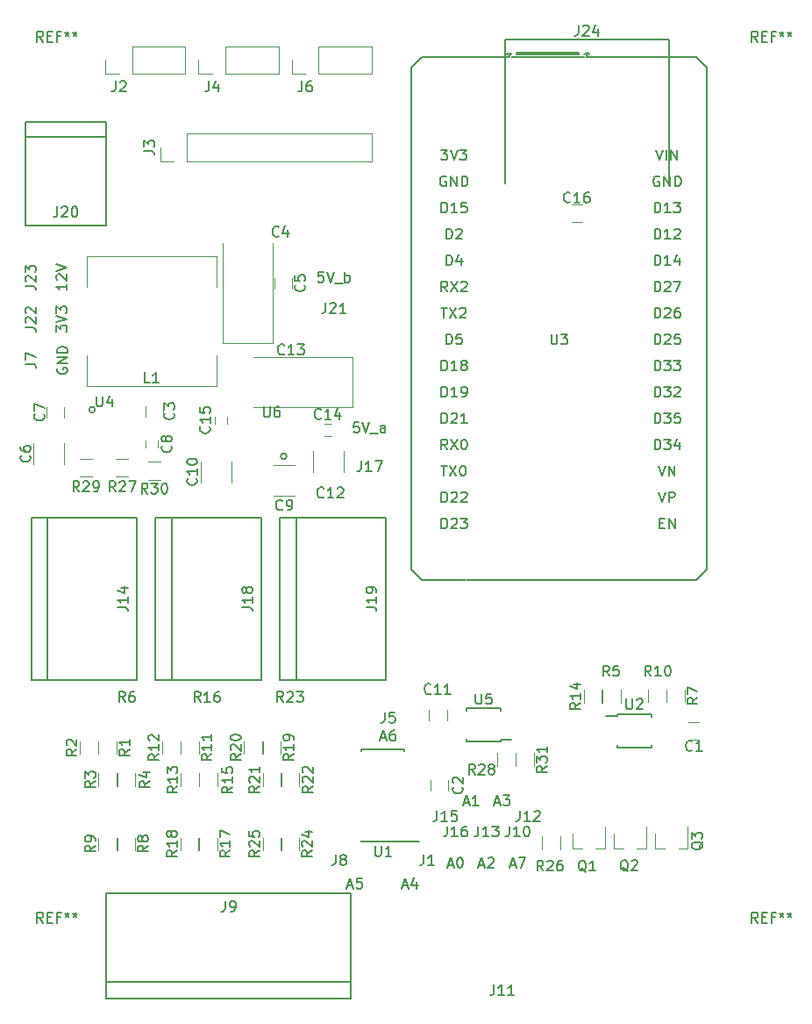
<source format=gto>
G04 #@! TF.GenerationSoftware,KiCad,Pcbnew,(5.0.0)*
G04 #@! TF.CreationDate,2018-12-16T10:52:04+01:00*
G04 #@! TF.ProjectId,ODMeter,4F444D657465722E6B696361645F7063,rev?*
G04 #@! TF.SameCoordinates,Original*
G04 #@! TF.FileFunction,Legend,Top*
G04 #@! TF.FilePolarity,Positive*
%FSLAX46Y46*%
G04 Gerber Fmt 4.6, Leading zero omitted, Abs format (unit mm)*
G04 Created by KiCad (PCBNEW (5.0.0)) date 12/16/18 10:52:04*
%MOMM*%
%LPD*%
G01*
G04 APERTURE LIST*
%ADD10C,0.150000*%
%ADD11C,0.120000*%
%ADD12C,0.200000*%
G04 APERTURE END LIST*
D10*
G04 #@! TO.C,U6*
X94179330Y-92255000D02*
G75*
G03X94179330Y-92255000I-279330J0D01*
G01*
G04 #@! TO.C,U4*
X75679330Y-87745000D02*
G75*
G03X75679330Y-87745000I-279330J0D01*
G01*
D11*
G04 #@! TO.C,C16*
X122700000Y-67975000D02*
X121700000Y-67975000D01*
X121700000Y-69675000D02*
X122700000Y-69675000D01*
D10*
G04 #@! TO.C,J24*
X115275000Y-52000000D02*
X115275000Y-65950000D01*
X131075000Y-52000000D02*
X115275000Y-52000000D01*
X131075000Y-65950000D02*
X131075000Y-52000000D01*
D11*
G04 #@! TO.C,L1*
X87400000Y-72950000D02*
X87400000Y-75900000D01*
X74900000Y-72950000D02*
X87400000Y-72950000D01*
X74900000Y-75900000D02*
X74900000Y-72950000D01*
X74900000Y-85450000D02*
X74900000Y-82500000D01*
X87400000Y-85450000D02*
X74900000Y-85450000D01*
X87400000Y-82500000D02*
X87400000Y-85450000D01*
D10*
G04 #@! TO.C,J20*
X68965000Y-61400000D02*
X76735000Y-61400000D01*
X68965000Y-70010000D02*
X76735000Y-70010000D01*
X76735000Y-70010000D02*
X76735000Y-60000000D01*
X76735000Y-60000000D02*
X68965000Y-60000000D01*
X68965000Y-60000000D02*
X68965000Y-70010000D01*
D12*
G04 #@! TO.C,U3*
X106250000Y-54710000D02*
X106250000Y-103210000D01*
X107250000Y-53710000D02*
X106250000Y-54710000D01*
X133750000Y-104210000D02*
X134750000Y-103210000D01*
X115618475Y-53710000D02*
X107250000Y-53710000D01*
X134750000Y-103210000D02*
X134750000Y-54710000D01*
X134750000Y-54710000D02*
X133750000Y-53710000D01*
X133750000Y-53710000D02*
X123201525Y-53710000D01*
X106250000Y-103210000D02*
X107250000Y-104210000D01*
X107250000Y-104210000D02*
X111500000Y-104210000D01*
X122410000Y-53514489D02*
X122410000Y-53280000D01*
X116410000Y-53280000D02*
X122410000Y-53280000D01*
X122410000Y-53514489D02*
X116410000Y-53514489D01*
X122772132Y-53710000D02*
X116047868Y-53710000D01*
X116410000Y-53280000D02*
X116410000Y-53514489D01*
X115765476Y-53407702D02*
X115887702Y-53509107D01*
X115660000Y-53710000D02*
X115573923Y-53638586D01*
X122932298Y-53509107D02*
X123054524Y-53407702D01*
X115765476Y-53407702D02*
X115573923Y-53638586D01*
X123208447Y-53280000D02*
X123400000Y-53510884D01*
X115960000Y-53663030D02*
X115960000Y-53710000D01*
X115420000Y-53510884D02*
X115611553Y-53280000D01*
X122860000Y-53710000D02*
X122860000Y-53663030D01*
X123246077Y-53638586D02*
X123160000Y-53710000D01*
X123246077Y-53638586D02*
X123054524Y-53407702D01*
X111535000Y-104210000D02*
X133750000Y-104210000D01*
D11*
G04 #@! TO.C,C2*
X108100000Y-123500000D02*
X108100000Y-124500000D01*
X109800000Y-124500000D02*
X109800000Y-123500000D01*
D10*
G04 #@! TO.C,J9*
X100410000Y-143000000D02*
X76790000Y-143000000D01*
X100410000Y-134390000D02*
X76790000Y-134390000D01*
X76790000Y-134390000D02*
X76790000Y-144600000D01*
X76790000Y-144600000D02*
X100410000Y-144600000D01*
X100410000Y-144600000D02*
X100410000Y-134390000D01*
D11*
G04 #@! TO.C,J3*
X81970000Y-63780000D02*
X81970000Y-62450000D01*
X83300000Y-63780000D02*
X81970000Y-63780000D01*
X84570000Y-63780000D02*
X84570000Y-61120000D01*
X84570000Y-61120000D02*
X102410000Y-61120000D01*
X84570000Y-63780000D02*
X102410000Y-63780000D01*
X102410000Y-63780000D02*
X102410000Y-61120000D01*
G04 #@! TO.C,R13*
X83970000Y-124050000D02*
X83970000Y-122850000D01*
X85730000Y-122850000D02*
X85730000Y-124050000D01*
G04 #@! TO.C,R12*
X82170000Y-120950000D02*
X82170000Y-119750000D01*
X83930000Y-119750000D02*
X83930000Y-120950000D01*
G04 #@! TO.C,C1*
X134000000Y-117875000D02*
X133000000Y-117875000D01*
X133000000Y-119575000D02*
X134000000Y-119575000D01*
G04 #@! TO.C,C7*
X72700000Y-88500000D02*
X72700000Y-87500000D01*
X71000000Y-87500000D02*
X71000000Y-88500000D01*
G04 #@! TO.C,R22*
X93660000Y-124050000D02*
X93660000Y-122850000D01*
X95420000Y-122850000D02*
X95420000Y-124050000D01*
G04 #@! TO.C,R24*
X95420000Y-129050000D02*
X95420000Y-130250000D01*
X93660000Y-130250000D02*
X93660000Y-129050000D01*
G04 #@! TO.C,R25*
X91870000Y-130250000D02*
X91870000Y-129050000D01*
X93630000Y-129050000D02*
X93630000Y-130250000D01*
G04 #@! TO.C,J2*
X76670000Y-55330000D02*
X76670000Y-54000000D01*
X78000000Y-55330000D02*
X76670000Y-55330000D01*
X79270000Y-55330000D02*
X79270000Y-52670000D01*
X79270000Y-52670000D02*
X84410000Y-52670000D01*
X79270000Y-55330000D02*
X84410000Y-55330000D01*
X84410000Y-55330000D02*
X84410000Y-52670000D01*
G04 #@! TO.C,R29*
X74200000Y-92470000D02*
X75400000Y-92470000D01*
X75400000Y-94230000D02*
X74200000Y-94230000D01*
D10*
G04 #@! TO.C,U2*
X126125000Y-117300000D02*
X125050000Y-117300000D01*
X126125000Y-120375000D02*
X129375000Y-120375000D01*
X126125000Y-117125000D02*
X129375000Y-117125000D01*
X126125000Y-120375000D02*
X126125000Y-120100000D01*
X129375000Y-120375000D02*
X129375000Y-120100000D01*
X129375000Y-117125000D02*
X129375000Y-117400000D01*
X126125000Y-117125000D02*
X126125000Y-117300000D01*
G04 #@! TO.C,U1*
X105575000Y-129425000D02*
X106950000Y-129425000D01*
X105575000Y-120550000D02*
X101425000Y-120550000D01*
X105575000Y-129450000D02*
X101425000Y-129450000D01*
X105575000Y-120550000D02*
X105575000Y-120665000D01*
X101425000Y-120550000D02*
X101425000Y-120665000D01*
X101425000Y-129450000D02*
X101425000Y-129335000D01*
X105575000Y-129450000D02*
X105575000Y-129425000D01*
D11*
G04 #@! TO.C,R1*
X77780000Y-119750000D02*
X77780000Y-120950000D01*
X76020000Y-120950000D02*
X76020000Y-119750000D01*
G04 #@! TO.C,R2*
X74220000Y-120950000D02*
X74220000Y-119750000D01*
X75980000Y-119750000D02*
X75980000Y-120950000D01*
G04 #@! TO.C,R3*
X76020000Y-124050000D02*
X76020000Y-122850000D01*
X77780000Y-122850000D02*
X77780000Y-124050000D01*
G04 #@! TO.C,R4*
X77820000Y-124050000D02*
X77820000Y-122850000D01*
X79580000Y-122850000D02*
X79580000Y-124050000D01*
G04 #@! TO.C,R8*
X79580000Y-129050000D02*
X79580000Y-130250000D01*
X77820000Y-130250000D02*
X77820000Y-129050000D01*
G04 #@! TO.C,R9*
X76020000Y-130250000D02*
X76020000Y-129050000D01*
X77780000Y-129050000D02*
X77780000Y-130250000D01*
G04 #@! TO.C,R10*
X129070000Y-115975000D02*
X129070000Y-114775000D01*
X130830000Y-114775000D02*
X130830000Y-115975000D01*
G04 #@! TO.C,R11*
X85730000Y-119750000D02*
X85730000Y-120950000D01*
X83970000Y-120950000D02*
X83970000Y-119750000D01*
G04 #@! TO.C,R14*
X122870000Y-116000000D02*
X122870000Y-114800000D01*
X124630000Y-114800000D02*
X124630000Y-116000000D01*
G04 #@! TO.C,R15*
X85770000Y-124050000D02*
X85770000Y-122850000D01*
X87530000Y-122850000D02*
X87530000Y-124050000D01*
G04 #@! TO.C,R17*
X87500000Y-129050000D02*
X87500000Y-130250000D01*
X85740000Y-130250000D02*
X85740000Y-129050000D01*
G04 #@! TO.C,R18*
X83920000Y-130250000D02*
X83920000Y-129050000D01*
X85680000Y-129050000D02*
X85680000Y-130250000D01*
G04 #@! TO.C,R20*
X90070000Y-120950000D02*
X90070000Y-119750000D01*
X91830000Y-119750000D02*
X91830000Y-120950000D01*
G04 #@! TO.C,R21*
X91870000Y-124050000D02*
X91870000Y-122850000D01*
X93630000Y-122850000D02*
X93630000Y-124050000D01*
G04 #@! TO.C,C3*
X80550000Y-87400000D02*
X80550000Y-88400000D01*
X82250000Y-88400000D02*
X82250000Y-87400000D01*
G04 #@! TO.C,C4*
X88050000Y-81300000D02*
X92850000Y-81300000D01*
X92850000Y-81300000D02*
X92850000Y-71700000D01*
X88050000Y-81300000D02*
X88050000Y-71700000D01*
G04 #@! TO.C,C5*
X94700000Y-76050000D02*
X94700000Y-75050000D01*
X93000000Y-75050000D02*
X93000000Y-76050000D01*
G04 #@! TO.C,C6*
X69720000Y-91000000D02*
X69720000Y-93000000D01*
X72680000Y-93000000D02*
X72680000Y-91000000D01*
G04 #@! TO.C,C10*
X88830000Y-94750000D02*
X88830000Y-92750000D01*
X85870000Y-92750000D02*
X85870000Y-94750000D01*
G04 #@! TO.C,C12*
X99730000Y-93750000D02*
X99730000Y-91750000D01*
X96770000Y-91750000D02*
X96770000Y-93750000D01*
G04 #@! TO.C,C13*
X100550000Y-87500000D02*
X100550000Y-82700000D01*
X100550000Y-82700000D02*
X90950000Y-82700000D01*
X100550000Y-87500000D02*
X90950000Y-87500000D01*
G04 #@! TO.C,C14*
X97800000Y-89100000D02*
X98500000Y-89100000D01*
X98500000Y-90300000D02*
X97800000Y-90300000D01*
G04 #@! TO.C,C15*
X87250000Y-89100000D02*
X87250000Y-88400000D01*
X88450000Y-88400000D02*
X88450000Y-89100000D01*
G04 #@! TO.C,Q1*
X121770000Y-130110000D02*
X121770000Y-128650000D01*
X124930000Y-130110000D02*
X124930000Y-127950000D01*
X124930000Y-130110000D02*
X124000000Y-130110000D01*
X121770000Y-130110000D02*
X122700000Y-130110000D01*
G04 #@! TO.C,Q2*
X125770000Y-130110000D02*
X125770000Y-128650000D01*
X128930000Y-130110000D02*
X128930000Y-127950000D01*
X128930000Y-130110000D02*
X128000000Y-130110000D01*
X125770000Y-130110000D02*
X126700000Y-130110000D01*
G04 #@! TO.C,Q3*
X129770000Y-130110000D02*
X129770000Y-128650000D01*
X132930000Y-130110000D02*
X132930000Y-127950000D01*
X132930000Y-130110000D02*
X132000000Y-130110000D01*
X129770000Y-130110000D02*
X130700000Y-130110000D01*
G04 #@! TO.C,R26*
X120580000Y-128950000D02*
X120580000Y-130150000D01*
X118820000Y-130150000D02*
X118820000Y-128950000D01*
G04 #@! TO.C,R27*
X77700000Y-92470000D02*
X78900000Y-92470000D01*
X78900000Y-94230000D02*
X77700000Y-94230000D01*
G04 #@! TO.C,R28*
X114520000Y-122100000D02*
X114520000Y-120900000D01*
X116280000Y-120900000D02*
X116280000Y-122100000D01*
G04 #@! TO.C,R30*
X80800000Y-92770000D02*
X82000000Y-92770000D01*
X82000000Y-94530000D02*
X80800000Y-94530000D01*
G04 #@! TO.C,R31*
X118080000Y-120900000D02*
X118080000Y-122100000D01*
X116320000Y-122100000D02*
X116320000Y-120900000D01*
G04 #@! TO.C,C8*
X81750000Y-90700000D02*
X81750000Y-91400000D01*
X80550000Y-91400000D02*
X80550000Y-90700000D01*
D10*
G04 #@! TO.C,J14*
X71120000Y-113850000D02*
X71120000Y-98150000D01*
X79730000Y-113850000D02*
X79730000Y-98150000D01*
X79730000Y-98150000D02*
X69520000Y-98150000D01*
X69520000Y-98150000D02*
X69520000Y-113850000D01*
X69520000Y-113850000D02*
X79730000Y-113850000D01*
D11*
G04 #@! TO.C,R5*
X126430000Y-114800000D02*
X126430000Y-116000000D01*
X124670000Y-116000000D02*
X124670000Y-114800000D01*
G04 #@! TO.C,R19*
X93630000Y-119750000D02*
X93630000Y-120950000D01*
X91870000Y-120950000D02*
X91870000Y-119750000D01*
D10*
G04 #@! TO.C,U5*
X114825000Y-119600000D02*
X115900000Y-119600000D01*
X114825000Y-116525000D02*
X111575000Y-116525000D01*
X114825000Y-119775000D02*
X111575000Y-119775000D01*
X114825000Y-116525000D02*
X114825000Y-116800000D01*
X111575000Y-116525000D02*
X111575000Y-116800000D01*
X111575000Y-119775000D02*
X111575000Y-119500000D01*
X114825000Y-119775000D02*
X114825000Y-119600000D01*
D11*
G04 #@! TO.C,C9*
X92950000Y-96030000D02*
X94950000Y-96030000D01*
X94950000Y-93070000D02*
X92950000Y-93070000D01*
G04 #@! TO.C,C11*
X107950000Y-116700000D02*
X107950000Y-117700000D01*
X109650000Y-117700000D02*
X109650000Y-116700000D01*
G04 #@! TO.C,J4*
X85670000Y-55330000D02*
X85670000Y-54000000D01*
X87000000Y-55330000D02*
X85670000Y-55330000D01*
X88270000Y-55330000D02*
X88270000Y-52670000D01*
X88270000Y-52670000D02*
X93410000Y-52670000D01*
X88270000Y-55330000D02*
X93410000Y-55330000D01*
X93410000Y-55330000D02*
X93410000Y-52670000D01*
G04 #@! TO.C,J6*
X94670000Y-55330000D02*
X94670000Y-54000000D01*
X96000000Y-55330000D02*
X94670000Y-55330000D01*
X97270000Y-55330000D02*
X97270000Y-52670000D01*
X97270000Y-52670000D02*
X102410000Y-52670000D01*
X97270000Y-55330000D02*
X102410000Y-55330000D01*
X102410000Y-55330000D02*
X102410000Y-52670000D01*
D10*
G04 #@! TO.C,J18*
X83120000Y-113850000D02*
X83120000Y-98150000D01*
X91730000Y-113850000D02*
X91730000Y-98150000D01*
X91730000Y-98150000D02*
X81520000Y-98150000D01*
X81520000Y-98150000D02*
X81520000Y-113850000D01*
X81520000Y-113850000D02*
X91730000Y-113850000D01*
G04 #@! TO.C,J19*
X95120000Y-113850000D02*
X95120000Y-98150000D01*
X103730000Y-113850000D02*
X103730000Y-98150000D01*
X103730000Y-98150000D02*
X93520000Y-98150000D01*
X93520000Y-98150000D02*
X93520000Y-113850000D01*
X93520000Y-113850000D02*
X103730000Y-113850000D01*
D11*
G04 #@! TO.C,R7*
X132630000Y-114775000D02*
X132630000Y-115975000D01*
X130870000Y-115975000D02*
X130870000Y-114775000D01*
G04 #@! TO.C,U6*
D10*
X91988095Y-87452380D02*
X91988095Y-88261904D01*
X92035714Y-88357142D01*
X92083333Y-88404761D01*
X92178571Y-88452380D01*
X92369047Y-88452380D01*
X92464285Y-88404761D01*
X92511904Y-88357142D01*
X92559523Y-88261904D01*
X92559523Y-87452380D01*
X93464285Y-87452380D02*
X93273809Y-87452380D01*
X93178571Y-87500000D01*
X93130952Y-87547619D01*
X93035714Y-87690476D01*
X92988095Y-87880952D01*
X92988095Y-88261904D01*
X93035714Y-88357142D01*
X93083333Y-88404761D01*
X93178571Y-88452380D01*
X93369047Y-88452380D01*
X93464285Y-88404761D01*
X93511904Y-88357142D01*
X93559523Y-88261904D01*
X93559523Y-88023809D01*
X93511904Y-87928571D01*
X93464285Y-87880952D01*
X93369047Y-87833333D01*
X93178571Y-87833333D01*
X93083333Y-87880952D01*
X93035714Y-87928571D01*
X92988095Y-88023809D01*
G04 #@! TO.C,U4*
X75838095Y-86452380D02*
X75838095Y-87261904D01*
X75885714Y-87357142D01*
X75933333Y-87404761D01*
X76028571Y-87452380D01*
X76219047Y-87452380D01*
X76314285Y-87404761D01*
X76361904Y-87357142D01*
X76409523Y-87261904D01*
X76409523Y-86452380D01*
X77314285Y-86785714D02*
X77314285Y-87452380D01*
X77076190Y-86404761D02*
X76838095Y-87119047D01*
X77457142Y-87119047D01*
G04 #@! TO.C,C16*
X121557142Y-67682142D02*
X121509523Y-67729761D01*
X121366666Y-67777380D01*
X121271428Y-67777380D01*
X121128571Y-67729761D01*
X121033333Y-67634523D01*
X120985714Y-67539285D01*
X120938095Y-67348809D01*
X120938095Y-67205952D01*
X120985714Y-67015476D01*
X121033333Y-66920238D01*
X121128571Y-66825000D01*
X121271428Y-66777380D01*
X121366666Y-66777380D01*
X121509523Y-66825000D01*
X121557142Y-66872619D01*
X122509523Y-67777380D02*
X121938095Y-67777380D01*
X122223809Y-67777380D02*
X122223809Y-66777380D01*
X122128571Y-66920238D01*
X122033333Y-67015476D01*
X121938095Y-67063095D01*
X123366666Y-66777380D02*
X123176190Y-66777380D01*
X123080952Y-66825000D01*
X123033333Y-66872619D01*
X122938095Y-67015476D01*
X122890476Y-67205952D01*
X122890476Y-67586904D01*
X122938095Y-67682142D01*
X122985714Y-67729761D01*
X123080952Y-67777380D01*
X123271428Y-67777380D01*
X123366666Y-67729761D01*
X123414285Y-67682142D01*
X123461904Y-67586904D01*
X123461904Y-67348809D01*
X123414285Y-67253571D01*
X123366666Y-67205952D01*
X123271428Y-67158333D01*
X123080952Y-67158333D01*
X122985714Y-67205952D01*
X122938095Y-67253571D01*
X122890476Y-67348809D01*
G04 #@! TO.C,J24*
X122365476Y-50652380D02*
X122365476Y-51366666D01*
X122317857Y-51509523D01*
X122222619Y-51604761D01*
X122079761Y-51652380D01*
X121984523Y-51652380D01*
X122794047Y-50747619D02*
X122841666Y-50700000D01*
X122936904Y-50652380D01*
X123175000Y-50652380D01*
X123270238Y-50700000D01*
X123317857Y-50747619D01*
X123365476Y-50842857D01*
X123365476Y-50938095D01*
X123317857Y-51080952D01*
X122746428Y-51652380D01*
X123365476Y-51652380D01*
X124222619Y-50985714D02*
X124222619Y-51652380D01*
X123984523Y-50604761D02*
X123746428Y-51319047D01*
X124365476Y-51319047D01*
G04 #@! TO.C,L1*
X80983333Y-85152380D02*
X80507142Y-85152380D01*
X80507142Y-84152380D01*
X81840476Y-85152380D02*
X81269047Y-85152380D01*
X81554761Y-85152380D02*
X81554761Y-84152380D01*
X81459523Y-84295238D01*
X81364285Y-84390476D01*
X81269047Y-84438095D01*
G04 #@! TO.C,J20*
X72040476Y-68152380D02*
X72040476Y-68866666D01*
X71992857Y-69009523D01*
X71897619Y-69104761D01*
X71754761Y-69152380D01*
X71659523Y-69152380D01*
X72469047Y-68247619D02*
X72516666Y-68200000D01*
X72611904Y-68152380D01*
X72850000Y-68152380D01*
X72945238Y-68200000D01*
X72992857Y-68247619D01*
X73040476Y-68342857D01*
X73040476Y-68438095D01*
X72992857Y-68580952D01*
X72421428Y-69152380D01*
X73040476Y-69152380D01*
X73659523Y-68152380D02*
X73754761Y-68152380D01*
X73850000Y-68200000D01*
X73897619Y-68247619D01*
X73945238Y-68342857D01*
X73992857Y-68533333D01*
X73992857Y-68771428D01*
X73945238Y-68961904D01*
X73897619Y-69057142D01*
X73850000Y-69104761D01*
X73754761Y-69152380D01*
X73659523Y-69152380D01*
X73564285Y-69104761D01*
X73516666Y-69057142D01*
X73469047Y-68961904D01*
X73421428Y-68771428D01*
X73421428Y-68533333D01*
X73469047Y-68342857D01*
X73516666Y-68247619D01*
X73564285Y-68200000D01*
X73659523Y-68152380D01*
G04 #@! TO.C,U3*
X119738095Y-80442380D02*
X119738095Y-81251904D01*
X119785714Y-81347142D01*
X119833333Y-81394761D01*
X119928571Y-81442380D01*
X120119047Y-81442380D01*
X120214285Y-81394761D01*
X120261904Y-81347142D01*
X120309523Y-81251904D01*
X120309523Y-80442380D01*
X120690476Y-80442380D02*
X121309523Y-80442380D01*
X120976190Y-80823333D01*
X121119047Y-80823333D01*
X121214285Y-80870952D01*
X121261904Y-80918571D01*
X121309523Y-81013809D01*
X121309523Y-81251904D01*
X121261904Y-81347142D01*
X121214285Y-81394761D01*
X121119047Y-81442380D01*
X120833333Y-81442380D01*
X120738095Y-81394761D01*
X120690476Y-81347142D01*
X129834761Y-62662380D02*
X130168095Y-63662380D01*
X130501428Y-62662380D01*
X130834761Y-63662380D02*
X130834761Y-62662380D01*
X131310952Y-63662380D02*
X131310952Y-62662380D01*
X131882380Y-63662380D01*
X131882380Y-62662380D01*
X130168095Y-65250000D02*
X130072857Y-65202380D01*
X129930000Y-65202380D01*
X129787142Y-65250000D01*
X129691904Y-65345238D01*
X129644285Y-65440476D01*
X129596666Y-65630952D01*
X129596666Y-65773809D01*
X129644285Y-65964285D01*
X129691904Y-66059523D01*
X129787142Y-66154761D01*
X129930000Y-66202380D01*
X130025238Y-66202380D01*
X130168095Y-66154761D01*
X130215714Y-66107142D01*
X130215714Y-65773809D01*
X130025238Y-65773809D01*
X130644285Y-66202380D02*
X130644285Y-65202380D01*
X131215714Y-66202380D01*
X131215714Y-65202380D01*
X131691904Y-66202380D02*
X131691904Y-65202380D01*
X131930000Y-65202380D01*
X132072857Y-65250000D01*
X132168095Y-65345238D01*
X132215714Y-65440476D01*
X132263333Y-65630952D01*
X132263333Y-65773809D01*
X132215714Y-65964285D01*
X132168095Y-66059523D01*
X132072857Y-66154761D01*
X131930000Y-66202380D01*
X131691904Y-66202380D01*
X129715714Y-68742380D02*
X129715714Y-67742380D01*
X129953809Y-67742380D01*
X130096666Y-67790000D01*
X130191904Y-67885238D01*
X130239523Y-67980476D01*
X130287142Y-68170952D01*
X130287142Y-68313809D01*
X130239523Y-68504285D01*
X130191904Y-68599523D01*
X130096666Y-68694761D01*
X129953809Y-68742380D01*
X129715714Y-68742380D01*
X131239523Y-68742380D02*
X130668095Y-68742380D01*
X130953809Y-68742380D02*
X130953809Y-67742380D01*
X130858571Y-67885238D01*
X130763333Y-67980476D01*
X130668095Y-68028095D01*
X131572857Y-67742380D02*
X132191904Y-67742380D01*
X131858571Y-68123333D01*
X132001428Y-68123333D01*
X132096666Y-68170952D01*
X132144285Y-68218571D01*
X132191904Y-68313809D01*
X132191904Y-68551904D01*
X132144285Y-68647142D01*
X132096666Y-68694761D01*
X132001428Y-68742380D01*
X131715714Y-68742380D01*
X131620476Y-68694761D01*
X131572857Y-68647142D01*
X129715714Y-71282380D02*
X129715714Y-70282380D01*
X129953809Y-70282380D01*
X130096666Y-70330000D01*
X130191904Y-70425238D01*
X130239523Y-70520476D01*
X130287142Y-70710952D01*
X130287142Y-70853809D01*
X130239523Y-71044285D01*
X130191904Y-71139523D01*
X130096666Y-71234761D01*
X129953809Y-71282380D01*
X129715714Y-71282380D01*
X131239523Y-71282380D02*
X130668095Y-71282380D01*
X130953809Y-71282380D02*
X130953809Y-70282380D01*
X130858571Y-70425238D01*
X130763333Y-70520476D01*
X130668095Y-70568095D01*
X131620476Y-70377619D02*
X131668095Y-70330000D01*
X131763333Y-70282380D01*
X132001428Y-70282380D01*
X132096666Y-70330000D01*
X132144285Y-70377619D01*
X132191904Y-70472857D01*
X132191904Y-70568095D01*
X132144285Y-70710952D01*
X131572857Y-71282380D01*
X132191904Y-71282380D01*
X129715714Y-73822380D02*
X129715714Y-72822380D01*
X129953809Y-72822380D01*
X130096666Y-72870000D01*
X130191904Y-72965238D01*
X130239523Y-73060476D01*
X130287142Y-73250952D01*
X130287142Y-73393809D01*
X130239523Y-73584285D01*
X130191904Y-73679523D01*
X130096666Y-73774761D01*
X129953809Y-73822380D01*
X129715714Y-73822380D01*
X131239523Y-73822380D02*
X130668095Y-73822380D01*
X130953809Y-73822380D02*
X130953809Y-72822380D01*
X130858571Y-72965238D01*
X130763333Y-73060476D01*
X130668095Y-73108095D01*
X132096666Y-73155714D02*
X132096666Y-73822380D01*
X131858571Y-72774761D02*
X131620476Y-73489047D01*
X132239523Y-73489047D01*
X129715714Y-76362380D02*
X129715714Y-75362380D01*
X129953809Y-75362380D01*
X130096666Y-75410000D01*
X130191904Y-75505238D01*
X130239523Y-75600476D01*
X130287142Y-75790952D01*
X130287142Y-75933809D01*
X130239523Y-76124285D01*
X130191904Y-76219523D01*
X130096666Y-76314761D01*
X129953809Y-76362380D01*
X129715714Y-76362380D01*
X130668095Y-75457619D02*
X130715714Y-75410000D01*
X130810952Y-75362380D01*
X131049047Y-75362380D01*
X131144285Y-75410000D01*
X131191904Y-75457619D01*
X131239523Y-75552857D01*
X131239523Y-75648095D01*
X131191904Y-75790952D01*
X130620476Y-76362380D01*
X131239523Y-76362380D01*
X131572857Y-75362380D02*
X132239523Y-75362380D01*
X131810952Y-76362380D01*
X129715714Y-78902380D02*
X129715714Y-77902380D01*
X129953809Y-77902380D01*
X130096666Y-77950000D01*
X130191904Y-78045238D01*
X130239523Y-78140476D01*
X130287142Y-78330952D01*
X130287142Y-78473809D01*
X130239523Y-78664285D01*
X130191904Y-78759523D01*
X130096666Y-78854761D01*
X129953809Y-78902380D01*
X129715714Y-78902380D01*
X130668095Y-77997619D02*
X130715714Y-77950000D01*
X130810952Y-77902380D01*
X131049047Y-77902380D01*
X131144285Y-77950000D01*
X131191904Y-77997619D01*
X131239523Y-78092857D01*
X131239523Y-78188095D01*
X131191904Y-78330952D01*
X130620476Y-78902380D01*
X131239523Y-78902380D01*
X132096666Y-77902380D02*
X131906190Y-77902380D01*
X131810952Y-77950000D01*
X131763333Y-77997619D01*
X131668095Y-78140476D01*
X131620476Y-78330952D01*
X131620476Y-78711904D01*
X131668095Y-78807142D01*
X131715714Y-78854761D01*
X131810952Y-78902380D01*
X132001428Y-78902380D01*
X132096666Y-78854761D01*
X132144285Y-78807142D01*
X132191904Y-78711904D01*
X132191904Y-78473809D01*
X132144285Y-78378571D01*
X132096666Y-78330952D01*
X132001428Y-78283333D01*
X131810952Y-78283333D01*
X131715714Y-78330952D01*
X131668095Y-78378571D01*
X131620476Y-78473809D01*
X129715714Y-81442380D02*
X129715714Y-80442380D01*
X129953809Y-80442380D01*
X130096666Y-80490000D01*
X130191904Y-80585238D01*
X130239523Y-80680476D01*
X130287142Y-80870952D01*
X130287142Y-81013809D01*
X130239523Y-81204285D01*
X130191904Y-81299523D01*
X130096666Y-81394761D01*
X129953809Y-81442380D01*
X129715714Y-81442380D01*
X130668095Y-80537619D02*
X130715714Y-80490000D01*
X130810952Y-80442380D01*
X131049047Y-80442380D01*
X131144285Y-80490000D01*
X131191904Y-80537619D01*
X131239523Y-80632857D01*
X131239523Y-80728095D01*
X131191904Y-80870952D01*
X130620476Y-81442380D01*
X131239523Y-81442380D01*
X132144285Y-80442380D02*
X131668095Y-80442380D01*
X131620476Y-80918571D01*
X131668095Y-80870952D01*
X131763333Y-80823333D01*
X132001428Y-80823333D01*
X132096666Y-80870952D01*
X132144285Y-80918571D01*
X132191904Y-81013809D01*
X132191904Y-81251904D01*
X132144285Y-81347142D01*
X132096666Y-81394761D01*
X132001428Y-81442380D01*
X131763333Y-81442380D01*
X131668095Y-81394761D01*
X131620476Y-81347142D01*
X129715714Y-83982380D02*
X129715714Y-82982380D01*
X129953809Y-82982380D01*
X130096666Y-83030000D01*
X130191904Y-83125238D01*
X130239523Y-83220476D01*
X130287142Y-83410952D01*
X130287142Y-83553809D01*
X130239523Y-83744285D01*
X130191904Y-83839523D01*
X130096666Y-83934761D01*
X129953809Y-83982380D01*
X129715714Y-83982380D01*
X130620476Y-82982380D02*
X131239523Y-82982380D01*
X130906190Y-83363333D01*
X131049047Y-83363333D01*
X131144285Y-83410952D01*
X131191904Y-83458571D01*
X131239523Y-83553809D01*
X131239523Y-83791904D01*
X131191904Y-83887142D01*
X131144285Y-83934761D01*
X131049047Y-83982380D01*
X130763333Y-83982380D01*
X130668095Y-83934761D01*
X130620476Y-83887142D01*
X131572857Y-82982380D02*
X132191904Y-82982380D01*
X131858571Y-83363333D01*
X132001428Y-83363333D01*
X132096666Y-83410952D01*
X132144285Y-83458571D01*
X132191904Y-83553809D01*
X132191904Y-83791904D01*
X132144285Y-83887142D01*
X132096666Y-83934761D01*
X132001428Y-83982380D01*
X131715714Y-83982380D01*
X131620476Y-83934761D01*
X131572857Y-83887142D01*
X129715714Y-86522380D02*
X129715714Y-85522380D01*
X129953809Y-85522380D01*
X130096666Y-85570000D01*
X130191904Y-85665238D01*
X130239523Y-85760476D01*
X130287142Y-85950952D01*
X130287142Y-86093809D01*
X130239523Y-86284285D01*
X130191904Y-86379523D01*
X130096666Y-86474761D01*
X129953809Y-86522380D01*
X129715714Y-86522380D01*
X130620476Y-85522380D02*
X131239523Y-85522380D01*
X130906190Y-85903333D01*
X131049047Y-85903333D01*
X131144285Y-85950952D01*
X131191904Y-85998571D01*
X131239523Y-86093809D01*
X131239523Y-86331904D01*
X131191904Y-86427142D01*
X131144285Y-86474761D01*
X131049047Y-86522380D01*
X130763333Y-86522380D01*
X130668095Y-86474761D01*
X130620476Y-86427142D01*
X131620476Y-85617619D02*
X131668095Y-85570000D01*
X131763333Y-85522380D01*
X132001428Y-85522380D01*
X132096666Y-85570000D01*
X132144285Y-85617619D01*
X132191904Y-85712857D01*
X132191904Y-85808095D01*
X132144285Y-85950952D01*
X131572857Y-86522380D01*
X132191904Y-86522380D01*
X129715714Y-89062380D02*
X129715714Y-88062380D01*
X129953809Y-88062380D01*
X130096666Y-88110000D01*
X130191904Y-88205238D01*
X130239523Y-88300476D01*
X130287142Y-88490952D01*
X130287142Y-88633809D01*
X130239523Y-88824285D01*
X130191904Y-88919523D01*
X130096666Y-89014761D01*
X129953809Y-89062380D01*
X129715714Y-89062380D01*
X130620476Y-88062380D02*
X131239523Y-88062380D01*
X130906190Y-88443333D01*
X131049047Y-88443333D01*
X131144285Y-88490952D01*
X131191904Y-88538571D01*
X131239523Y-88633809D01*
X131239523Y-88871904D01*
X131191904Y-88967142D01*
X131144285Y-89014761D01*
X131049047Y-89062380D01*
X130763333Y-89062380D01*
X130668095Y-89014761D01*
X130620476Y-88967142D01*
X132144285Y-88062380D02*
X131668095Y-88062380D01*
X131620476Y-88538571D01*
X131668095Y-88490952D01*
X131763333Y-88443333D01*
X132001428Y-88443333D01*
X132096666Y-88490952D01*
X132144285Y-88538571D01*
X132191904Y-88633809D01*
X132191904Y-88871904D01*
X132144285Y-88967142D01*
X132096666Y-89014761D01*
X132001428Y-89062380D01*
X131763333Y-89062380D01*
X131668095Y-89014761D01*
X131620476Y-88967142D01*
X129715714Y-91602380D02*
X129715714Y-90602380D01*
X129953809Y-90602380D01*
X130096666Y-90650000D01*
X130191904Y-90745238D01*
X130239523Y-90840476D01*
X130287142Y-91030952D01*
X130287142Y-91173809D01*
X130239523Y-91364285D01*
X130191904Y-91459523D01*
X130096666Y-91554761D01*
X129953809Y-91602380D01*
X129715714Y-91602380D01*
X130620476Y-90602380D02*
X131239523Y-90602380D01*
X130906190Y-90983333D01*
X131049047Y-90983333D01*
X131144285Y-91030952D01*
X131191904Y-91078571D01*
X131239523Y-91173809D01*
X131239523Y-91411904D01*
X131191904Y-91507142D01*
X131144285Y-91554761D01*
X131049047Y-91602380D01*
X130763333Y-91602380D01*
X130668095Y-91554761D01*
X130620476Y-91507142D01*
X132096666Y-90935714D02*
X132096666Y-91602380D01*
X131858571Y-90554761D02*
X131620476Y-91269047D01*
X132239523Y-91269047D01*
X130072857Y-93142380D02*
X130406190Y-94142380D01*
X130739523Y-93142380D01*
X131072857Y-94142380D02*
X131072857Y-93142380D01*
X131644285Y-94142380D01*
X131644285Y-93142380D01*
X130096666Y-95682380D02*
X130430000Y-96682380D01*
X130763333Y-95682380D01*
X131096666Y-96682380D02*
X131096666Y-95682380D01*
X131477619Y-95682380D01*
X131572857Y-95730000D01*
X131620476Y-95777619D01*
X131668095Y-95872857D01*
X131668095Y-96015714D01*
X131620476Y-96110952D01*
X131572857Y-96158571D01*
X131477619Y-96206190D01*
X131096666Y-96206190D01*
X130191904Y-98698571D02*
X130525238Y-98698571D01*
X130668095Y-99222380D02*
X130191904Y-99222380D01*
X130191904Y-98222380D01*
X130668095Y-98222380D01*
X131096666Y-99222380D02*
X131096666Y-98222380D01*
X131668095Y-99222380D01*
X131668095Y-98222380D01*
X109101904Y-62662380D02*
X109720952Y-62662380D01*
X109387619Y-63043333D01*
X109530476Y-63043333D01*
X109625714Y-63090952D01*
X109673333Y-63138571D01*
X109720952Y-63233809D01*
X109720952Y-63471904D01*
X109673333Y-63567142D01*
X109625714Y-63614761D01*
X109530476Y-63662380D01*
X109244761Y-63662380D01*
X109149523Y-63614761D01*
X109101904Y-63567142D01*
X110006666Y-62662380D02*
X110340000Y-63662380D01*
X110673333Y-62662380D01*
X110911428Y-62662380D02*
X111530476Y-62662380D01*
X111197142Y-63043333D01*
X111340000Y-63043333D01*
X111435238Y-63090952D01*
X111482857Y-63138571D01*
X111530476Y-63233809D01*
X111530476Y-63471904D01*
X111482857Y-63567142D01*
X111435238Y-63614761D01*
X111340000Y-63662380D01*
X111054285Y-63662380D01*
X110959047Y-63614761D01*
X110911428Y-63567142D01*
X109578095Y-65250000D02*
X109482857Y-65202380D01*
X109340000Y-65202380D01*
X109197142Y-65250000D01*
X109101904Y-65345238D01*
X109054285Y-65440476D01*
X109006666Y-65630952D01*
X109006666Y-65773809D01*
X109054285Y-65964285D01*
X109101904Y-66059523D01*
X109197142Y-66154761D01*
X109340000Y-66202380D01*
X109435238Y-66202380D01*
X109578095Y-66154761D01*
X109625714Y-66107142D01*
X109625714Y-65773809D01*
X109435238Y-65773809D01*
X110054285Y-66202380D02*
X110054285Y-65202380D01*
X110625714Y-66202380D01*
X110625714Y-65202380D01*
X111101904Y-66202380D02*
X111101904Y-65202380D01*
X111340000Y-65202380D01*
X111482857Y-65250000D01*
X111578095Y-65345238D01*
X111625714Y-65440476D01*
X111673333Y-65630952D01*
X111673333Y-65773809D01*
X111625714Y-65964285D01*
X111578095Y-66059523D01*
X111482857Y-66154761D01*
X111340000Y-66202380D01*
X111101904Y-66202380D01*
X109125714Y-68742380D02*
X109125714Y-67742380D01*
X109363809Y-67742380D01*
X109506666Y-67790000D01*
X109601904Y-67885238D01*
X109649523Y-67980476D01*
X109697142Y-68170952D01*
X109697142Y-68313809D01*
X109649523Y-68504285D01*
X109601904Y-68599523D01*
X109506666Y-68694761D01*
X109363809Y-68742380D01*
X109125714Y-68742380D01*
X110649523Y-68742380D02*
X110078095Y-68742380D01*
X110363809Y-68742380D02*
X110363809Y-67742380D01*
X110268571Y-67885238D01*
X110173333Y-67980476D01*
X110078095Y-68028095D01*
X111554285Y-67742380D02*
X111078095Y-67742380D01*
X111030476Y-68218571D01*
X111078095Y-68170952D01*
X111173333Y-68123333D01*
X111411428Y-68123333D01*
X111506666Y-68170952D01*
X111554285Y-68218571D01*
X111601904Y-68313809D01*
X111601904Y-68551904D01*
X111554285Y-68647142D01*
X111506666Y-68694761D01*
X111411428Y-68742380D01*
X111173333Y-68742380D01*
X111078095Y-68694761D01*
X111030476Y-68647142D01*
X109601904Y-71282380D02*
X109601904Y-70282380D01*
X109840000Y-70282380D01*
X109982857Y-70330000D01*
X110078095Y-70425238D01*
X110125714Y-70520476D01*
X110173333Y-70710952D01*
X110173333Y-70853809D01*
X110125714Y-71044285D01*
X110078095Y-71139523D01*
X109982857Y-71234761D01*
X109840000Y-71282380D01*
X109601904Y-71282380D01*
X110554285Y-70377619D02*
X110601904Y-70330000D01*
X110697142Y-70282380D01*
X110935238Y-70282380D01*
X111030476Y-70330000D01*
X111078095Y-70377619D01*
X111125714Y-70472857D01*
X111125714Y-70568095D01*
X111078095Y-70710952D01*
X110506666Y-71282380D01*
X111125714Y-71282380D01*
X109601904Y-73822380D02*
X109601904Y-72822380D01*
X109840000Y-72822380D01*
X109982857Y-72870000D01*
X110078095Y-72965238D01*
X110125714Y-73060476D01*
X110173333Y-73250952D01*
X110173333Y-73393809D01*
X110125714Y-73584285D01*
X110078095Y-73679523D01*
X109982857Y-73774761D01*
X109840000Y-73822380D01*
X109601904Y-73822380D01*
X111030476Y-73155714D02*
X111030476Y-73822380D01*
X110792380Y-72774761D02*
X110554285Y-73489047D01*
X111173333Y-73489047D01*
X109697142Y-76362380D02*
X109363809Y-75886190D01*
X109125714Y-76362380D02*
X109125714Y-75362380D01*
X109506666Y-75362380D01*
X109601904Y-75410000D01*
X109649523Y-75457619D01*
X109697142Y-75552857D01*
X109697142Y-75695714D01*
X109649523Y-75790952D01*
X109601904Y-75838571D01*
X109506666Y-75886190D01*
X109125714Y-75886190D01*
X110030476Y-75362380D02*
X110697142Y-76362380D01*
X110697142Y-75362380D02*
X110030476Y-76362380D01*
X111030476Y-75457619D02*
X111078095Y-75410000D01*
X111173333Y-75362380D01*
X111411428Y-75362380D01*
X111506666Y-75410000D01*
X111554285Y-75457619D01*
X111601904Y-75552857D01*
X111601904Y-75648095D01*
X111554285Y-75790952D01*
X110982857Y-76362380D01*
X111601904Y-76362380D01*
X109101904Y-77902380D02*
X109673333Y-77902380D01*
X109387619Y-78902380D02*
X109387619Y-77902380D01*
X109911428Y-77902380D02*
X110578095Y-78902380D01*
X110578095Y-77902380D02*
X109911428Y-78902380D01*
X110911428Y-77997619D02*
X110959047Y-77950000D01*
X111054285Y-77902380D01*
X111292380Y-77902380D01*
X111387619Y-77950000D01*
X111435238Y-77997619D01*
X111482857Y-78092857D01*
X111482857Y-78188095D01*
X111435238Y-78330952D01*
X110863809Y-78902380D01*
X111482857Y-78902380D01*
X109601904Y-81442380D02*
X109601904Y-80442380D01*
X109840000Y-80442380D01*
X109982857Y-80490000D01*
X110078095Y-80585238D01*
X110125714Y-80680476D01*
X110173333Y-80870952D01*
X110173333Y-81013809D01*
X110125714Y-81204285D01*
X110078095Y-81299523D01*
X109982857Y-81394761D01*
X109840000Y-81442380D01*
X109601904Y-81442380D01*
X111078095Y-80442380D02*
X110601904Y-80442380D01*
X110554285Y-80918571D01*
X110601904Y-80870952D01*
X110697142Y-80823333D01*
X110935238Y-80823333D01*
X111030476Y-80870952D01*
X111078095Y-80918571D01*
X111125714Y-81013809D01*
X111125714Y-81251904D01*
X111078095Y-81347142D01*
X111030476Y-81394761D01*
X110935238Y-81442380D01*
X110697142Y-81442380D01*
X110601904Y-81394761D01*
X110554285Y-81347142D01*
X109125714Y-83982380D02*
X109125714Y-82982380D01*
X109363809Y-82982380D01*
X109506666Y-83030000D01*
X109601904Y-83125238D01*
X109649523Y-83220476D01*
X109697142Y-83410952D01*
X109697142Y-83553809D01*
X109649523Y-83744285D01*
X109601904Y-83839523D01*
X109506666Y-83934761D01*
X109363809Y-83982380D01*
X109125714Y-83982380D01*
X110649523Y-83982380D02*
X110078095Y-83982380D01*
X110363809Y-83982380D02*
X110363809Y-82982380D01*
X110268571Y-83125238D01*
X110173333Y-83220476D01*
X110078095Y-83268095D01*
X111220952Y-83410952D02*
X111125714Y-83363333D01*
X111078095Y-83315714D01*
X111030476Y-83220476D01*
X111030476Y-83172857D01*
X111078095Y-83077619D01*
X111125714Y-83030000D01*
X111220952Y-82982380D01*
X111411428Y-82982380D01*
X111506666Y-83030000D01*
X111554285Y-83077619D01*
X111601904Y-83172857D01*
X111601904Y-83220476D01*
X111554285Y-83315714D01*
X111506666Y-83363333D01*
X111411428Y-83410952D01*
X111220952Y-83410952D01*
X111125714Y-83458571D01*
X111078095Y-83506190D01*
X111030476Y-83601428D01*
X111030476Y-83791904D01*
X111078095Y-83887142D01*
X111125714Y-83934761D01*
X111220952Y-83982380D01*
X111411428Y-83982380D01*
X111506666Y-83934761D01*
X111554285Y-83887142D01*
X111601904Y-83791904D01*
X111601904Y-83601428D01*
X111554285Y-83506190D01*
X111506666Y-83458571D01*
X111411428Y-83410952D01*
X109125714Y-86522380D02*
X109125714Y-85522380D01*
X109363809Y-85522380D01*
X109506666Y-85570000D01*
X109601904Y-85665238D01*
X109649523Y-85760476D01*
X109697142Y-85950952D01*
X109697142Y-86093809D01*
X109649523Y-86284285D01*
X109601904Y-86379523D01*
X109506666Y-86474761D01*
X109363809Y-86522380D01*
X109125714Y-86522380D01*
X110649523Y-86522380D02*
X110078095Y-86522380D01*
X110363809Y-86522380D02*
X110363809Y-85522380D01*
X110268571Y-85665238D01*
X110173333Y-85760476D01*
X110078095Y-85808095D01*
X111125714Y-86522380D02*
X111316190Y-86522380D01*
X111411428Y-86474761D01*
X111459047Y-86427142D01*
X111554285Y-86284285D01*
X111601904Y-86093809D01*
X111601904Y-85712857D01*
X111554285Y-85617619D01*
X111506666Y-85570000D01*
X111411428Y-85522380D01*
X111220952Y-85522380D01*
X111125714Y-85570000D01*
X111078095Y-85617619D01*
X111030476Y-85712857D01*
X111030476Y-85950952D01*
X111078095Y-86046190D01*
X111125714Y-86093809D01*
X111220952Y-86141428D01*
X111411428Y-86141428D01*
X111506666Y-86093809D01*
X111554285Y-86046190D01*
X111601904Y-85950952D01*
X109125714Y-89062380D02*
X109125714Y-88062380D01*
X109363809Y-88062380D01*
X109506666Y-88110000D01*
X109601904Y-88205238D01*
X109649523Y-88300476D01*
X109697142Y-88490952D01*
X109697142Y-88633809D01*
X109649523Y-88824285D01*
X109601904Y-88919523D01*
X109506666Y-89014761D01*
X109363809Y-89062380D01*
X109125714Y-89062380D01*
X110078095Y-88157619D02*
X110125714Y-88110000D01*
X110220952Y-88062380D01*
X110459047Y-88062380D01*
X110554285Y-88110000D01*
X110601904Y-88157619D01*
X110649523Y-88252857D01*
X110649523Y-88348095D01*
X110601904Y-88490952D01*
X110030476Y-89062380D01*
X110649523Y-89062380D01*
X111601904Y-89062380D02*
X111030476Y-89062380D01*
X111316190Y-89062380D02*
X111316190Y-88062380D01*
X111220952Y-88205238D01*
X111125714Y-88300476D01*
X111030476Y-88348095D01*
X109697142Y-91602380D02*
X109363809Y-91126190D01*
X109125714Y-91602380D02*
X109125714Y-90602380D01*
X109506666Y-90602380D01*
X109601904Y-90650000D01*
X109649523Y-90697619D01*
X109697142Y-90792857D01*
X109697142Y-90935714D01*
X109649523Y-91030952D01*
X109601904Y-91078571D01*
X109506666Y-91126190D01*
X109125714Y-91126190D01*
X110030476Y-90602380D02*
X110697142Y-91602380D01*
X110697142Y-90602380D02*
X110030476Y-91602380D01*
X111268571Y-90602380D02*
X111363809Y-90602380D01*
X111459047Y-90650000D01*
X111506666Y-90697619D01*
X111554285Y-90792857D01*
X111601904Y-90983333D01*
X111601904Y-91221428D01*
X111554285Y-91411904D01*
X111506666Y-91507142D01*
X111459047Y-91554761D01*
X111363809Y-91602380D01*
X111268571Y-91602380D01*
X111173333Y-91554761D01*
X111125714Y-91507142D01*
X111078095Y-91411904D01*
X111030476Y-91221428D01*
X111030476Y-90983333D01*
X111078095Y-90792857D01*
X111125714Y-90697619D01*
X111173333Y-90650000D01*
X111268571Y-90602380D01*
X109101904Y-93142380D02*
X109673333Y-93142380D01*
X109387619Y-94142380D02*
X109387619Y-93142380D01*
X109911428Y-93142380D02*
X110578095Y-94142380D01*
X110578095Y-93142380D02*
X109911428Y-94142380D01*
X111149523Y-93142380D02*
X111244761Y-93142380D01*
X111340000Y-93190000D01*
X111387619Y-93237619D01*
X111435238Y-93332857D01*
X111482857Y-93523333D01*
X111482857Y-93761428D01*
X111435238Y-93951904D01*
X111387619Y-94047142D01*
X111340000Y-94094761D01*
X111244761Y-94142380D01*
X111149523Y-94142380D01*
X111054285Y-94094761D01*
X111006666Y-94047142D01*
X110959047Y-93951904D01*
X110911428Y-93761428D01*
X110911428Y-93523333D01*
X110959047Y-93332857D01*
X111006666Y-93237619D01*
X111054285Y-93190000D01*
X111149523Y-93142380D01*
X109125714Y-96682380D02*
X109125714Y-95682380D01*
X109363809Y-95682380D01*
X109506666Y-95730000D01*
X109601904Y-95825238D01*
X109649523Y-95920476D01*
X109697142Y-96110952D01*
X109697142Y-96253809D01*
X109649523Y-96444285D01*
X109601904Y-96539523D01*
X109506666Y-96634761D01*
X109363809Y-96682380D01*
X109125714Y-96682380D01*
X110078095Y-95777619D02*
X110125714Y-95730000D01*
X110220952Y-95682380D01*
X110459047Y-95682380D01*
X110554285Y-95730000D01*
X110601904Y-95777619D01*
X110649523Y-95872857D01*
X110649523Y-95968095D01*
X110601904Y-96110952D01*
X110030476Y-96682380D01*
X110649523Y-96682380D01*
X111030476Y-95777619D02*
X111078095Y-95730000D01*
X111173333Y-95682380D01*
X111411428Y-95682380D01*
X111506666Y-95730000D01*
X111554285Y-95777619D01*
X111601904Y-95872857D01*
X111601904Y-95968095D01*
X111554285Y-96110952D01*
X110982857Y-96682380D01*
X111601904Y-96682380D01*
X109125714Y-99222380D02*
X109125714Y-98222380D01*
X109363809Y-98222380D01*
X109506666Y-98270000D01*
X109601904Y-98365238D01*
X109649523Y-98460476D01*
X109697142Y-98650952D01*
X109697142Y-98793809D01*
X109649523Y-98984285D01*
X109601904Y-99079523D01*
X109506666Y-99174761D01*
X109363809Y-99222380D01*
X109125714Y-99222380D01*
X110078095Y-98317619D02*
X110125714Y-98270000D01*
X110220952Y-98222380D01*
X110459047Y-98222380D01*
X110554285Y-98270000D01*
X110601904Y-98317619D01*
X110649523Y-98412857D01*
X110649523Y-98508095D01*
X110601904Y-98650952D01*
X110030476Y-99222380D01*
X110649523Y-99222380D01*
X110982857Y-98222380D02*
X111601904Y-98222380D01*
X111268571Y-98603333D01*
X111411428Y-98603333D01*
X111506666Y-98650952D01*
X111554285Y-98698571D01*
X111601904Y-98793809D01*
X111601904Y-99031904D01*
X111554285Y-99127142D01*
X111506666Y-99174761D01*
X111411428Y-99222380D01*
X111125714Y-99222380D01*
X111030476Y-99174761D01*
X110982857Y-99127142D01*
G04 #@! TO.C,J11*
X114190476Y-143252380D02*
X114190476Y-143966666D01*
X114142857Y-144109523D01*
X114047619Y-144204761D01*
X113904761Y-144252380D01*
X113809523Y-144252380D01*
X115190476Y-144252380D02*
X114619047Y-144252380D01*
X114904761Y-144252380D02*
X114904761Y-143252380D01*
X114809523Y-143395238D01*
X114714285Y-143490476D01*
X114619047Y-143538095D01*
X116142857Y-144252380D02*
X115571428Y-144252380D01*
X115857142Y-144252380D02*
X115857142Y-143252380D01*
X115761904Y-143395238D01*
X115666666Y-143490476D01*
X115571428Y-143538095D01*
G04 #@! TO.C,REF\002A\002A*
X139666666Y-52252380D02*
X139333333Y-51776190D01*
X139095238Y-52252380D02*
X139095238Y-51252380D01*
X139476190Y-51252380D01*
X139571428Y-51300000D01*
X139619047Y-51347619D01*
X139666666Y-51442857D01*
X139666666Y-51585714D01*
X139619047Y-51680952D01*
X139571428Y-51728571D01*
X139476190Y-51776190D01*
X139095238Y-51776190D01*
X140095238Y-51728571D02*
X140428571Y-51728571D01*
X140571428Y-52252380D02*
X140095238Y-52252380D01*
X140095238Y-51252380D01*
X140571428Y-51252380D01*
X141333333Y-51728571D02*
X141000000Y-51728571D01*
X141000000Y-52252380D02*
X141000000Y-51252380D01*
X141476190Y-51252380D01*
X142000000Y-51252380D02*
X142000000Y-51490476D01*
X141761904Y-51395238D02*
X142000000Y-51490476D01*
X142238095Y-51395238D01*
X141857142Y-51680952D02*
X142000000Y-51490476D01*
X142142857Y-51680952D01*
X142761904Y-51252380D02*
X142761904Y-51490476D01*
X142523809Y-51395238D02*
X142761904Y-51490476D01*
X143000000Y-51395238D01*
X142619047Y-51680952D02*
X142761904Y-51490476D01*
X142904761Y-51680952D01*
X139666666Y-137252380D02*
X139333333Y-136776190D01*
X139095238Y-137252380D02*
X139095238Y-136252380D01*
X139476190Y-136252380D01*
X139571428Y-136300000D01*
X139619047Y-136347619D01*
X139666666Y-136442857D01*
X139666666Y-136585714D01*
X139619047Y-136680952D01*
X139571428Y-136728571D01*
X139476190Y-136776190D01*
X139095238Y-136776190D01*
X140095238Y-136728571D02*
X140428571Y-136728571D01*
X140571428Y-137252380D02*
X140095238Y-137252380D01*
X140095238Y-136252380D01*
X140571428Y-136252380D01*
X141333333Y-136728571D02*
X141000000Y-136728571D01*
X141000000Y-137252380D02*
X141000000Y-136252380D01*
X141476190Y-136252380D01*
X142000000Y-136252380D02*
X142000000Y-136490476D01*
X141761904Y-136395238D02*
X142000000Y-136490476D01*
X142238095Y-136395238D01*
X141857142Y-136680952D02*
X142000000Y-136490476D01*
X142142857Y-136680952D01*
X142761904Y-136252380D02*
X142761904Y-136490476D01*
X142523809Y-136395238D02*
X142761904Y-136490476D01*
X143000000Y-136395238D01*
X142619047Y-136680952D02*
X142761904Y-136490476D01*
X142904761Y-136680952D01*
X70666666Y-137252380D02*
X70333333Y-136776190D01*
X70095238Y-137252380D02*
X70095238Y-136252380D01*
X70476190Y-136252380D01*
X70571428Y-136300000D01*
X70619047Y-136347619D01*
X70666666Y-136442857D01*
X70666666Y-136585714D01*
X70619047Y-136680952D01*
X70571428Y-136728571D01*
X70476190Y-136776190D01*
X70095238Y-136776190D01*
X71095238Y-136728571D02*
X71428571Y-136728571D01*
X71571428Y-137252380D02*
X71095238Y-137252380D01*
X71095238Y-136252380D01*
X71571428Y-136252380D01*
X72333333Y-136728571D02*
X72000000Y-136728571D01*
X72000000Y-137252380D02*
X72000000Y-136252380D01*
X72476190Y-136252380D01*
X73000000Y-136252380D02*
X73000000Y-136490476D01*
X72761904Y-136395238D02*
X73000000Y-136490476D01*
X73238095Y-136395238D01*
X72857142Y-136680952D02*
X73000000Y-136490476D01*
X73142857Y-136680952D01*
X73761904Y-136252380D02*
X73761904Y-136490476D01*
X73523809Y-136395238D02*
X73761904Y-136490476D01*
X74000000Y-136395238D01*
X73619047Y-136680952D02*
X73761904Y-136490476D01*
X73904761Y-136680952D01*
G04 #@! TO.C,C2*
X111107142Y-124166666D02*
X111154761Y-124214285D01*
X111202380Y-124357142D01*
X111202380Y-124452380D01*
X111154761Y-124595238D01*
X111059523Y-124690476D01*
X110964285Y-124738095D01*
X110773809Y-124785714D01*
X110630952Y-124785714D01*
X110440476Y-124738095D01*
X110345238Y-124690476D01*
X110250000Y-124595238D01*
X110202380Y-124452380D01*
X110202380Y-124357142D01*
X110250000Y-124214285D01*
X110297619Y-124166666D01*
X110297619Y-123785714D02*
X110250000Y-123738095D01*
X110202380Y-123642857D01*
X110202380Y-123404761D01*
X110250000Y-123309523D01*
X110297619Y-123261904D01*
X110392857Y-123214285D01*
X110488095Y-123214285D01*
X110630952Y-123261904D01*
X111202380Y-123833333D01*
X111202380Y-123214285D01*
G04 #@! TO.C,J9*
X88266666Y-135152380D02*
X88266666Y-135866666D01*
X88219047Y-136009523D01*
X88123809Y-136104761D01*
X87980952Y-136152380D01*
X87885714Y-136152380D01*
X88790476Y-136152380D02*
X88980952Y-136152380D01*
X89076190Y-136104761D01*
X89123809Y-136057142D01*
X89219047Y-135914285D01*
X89266666Y-135723809D01*
X89266666Y-135342857D01*
X89219047Y-135247619D01*
X89171428Y-135200000D01*
X89076190Y-135152380D01*
X88885714Y-135152380D01*
X88790476Y-135200000D01*
X88742857Y-135247619D01*
X88695238Y-135342857D01*
X88695238Y-135580952D01*
X88742857Y-135676190D01*
X88790476Y-135723809D01*
X88885714Y-135771428D01*
X89076190Y-135771428D01*
X89171428Y-135723809D01*
X89219047Y-135676190D01*
X89266666Y-135580952D01*
G04 #@! TO.C,J3*
X80422380Y-62783333D02*
X81136666Y-62783333D01*
X81279523Y-62830952D01*
X81374761Y-62926190D01*
X81422380Y-63069047D01*
X81422380Y-63164285D01*
X80422380Y-62402380D02*
X80422380Y-61783333D01*
X80803333Y-62116666D01*
X80803333Y-61973809D01*
X80850952Y-61878571D01*
X80898571Y-61830952D01*
X80993809Y-61783333D01*
X81231904Y-61783333D01*
X81327142Y-61830952D01*
X81374761Y-61878571D01*
X81422380Y-61973809D01*
X81422380Y-62259523D01*
X81374761Y-62354761D01*
X81327142Y-62402380D01*
G04 #@! TO.C,R13*
X83652380Y-124092857D02*
X83176190Y-124426190D01*
X83652380Y-124664285D02*
X82652380Y-124664285D01*
X82652380Y-124283333D01*
X82700000Y-124188095D01*
X82747619Y-124140476D01*
X82842857Y-124092857D01*
X82985714Y-124092857D01*
X83080952Y-124140476D01*
X83128571Y-124188095D01*
X83176190Y-124283333D01*
X83176190Y-124664285D01*
X83652380Y-123140476D02*
X83652380Y-123711904D01*
X83652380Y-123426190D02*
X82652380Y-123426190D01*
X82795238Y-123521428D01*
X82890476Y-123616666D01*
X82938095Y-123711904D01*
X82652380Y-122807142D02*
X82652380Y-122188095D01*
X83033333Y-122521428D01*
X83033333Y-122378571D01*
X83080952Y-122283333D01*
X83128571Y-122235714D01*
X83223809Y-122188095D01*
X83461904Y-122188095D01*
X83557142Y-122235714D01*
X83604761Y-122283333D01*
X83652380Y-122378571D01*
X83652380Y-122664285D01*
X83604761Y-122759523D01*
X83557142Y-122807142D01*
G04 #@! TO.C,R12*
X81852380Y-120992857D02*
X81376190Y-121326190D01*
X81852380Y-121564285D02*
X80852380Y-121564285D01*
X80852380Y-121183333D01*
X80900000Y-121088095D01*
X80947619Y-121040476D01*
X81042857Y-120992857D01*
X81185714Y-120992857D01*
X81280952Y-121040476D01*
X81328571Y-121088095D01*
X81376190Y-121183333D01*
X81376190Y-121564285D01*
X81852380Y-120040476D02*
X81852380Y-120611904D01*
X81852380Y-120326190D02*
X80852380Y-120326190D01*
X80995238Y-120421428D01*
X81090476Y-120516666D01*
X81138095Y-120611904D01*
X80947619Y-119659523D02*
X80900000Y-119611904D01*
X80852380Y-119516666D01*
X80852380Y-119278571D01*
X80900000Y-119183333D01*
X80947619Y-119135714D01*
X81042857Y-119088095D01*
X81138095Y-119088095D01*
X81280952Y-119135714D01*
X81852380Y-119707142D01*
X81852380Y-119088095D01*
G04 #@! TO.C,R6*
X78583333Y-115952380D02*
X78250000Y-115476190D01*
X78011904Y-115952380D02*
X78011904Y-114952380D01*
X78392857Y-114952380D01*
X78488095Y-115000000D01*
X78535714Y-115047619D01*
X78583333Y-115142857D01*
X78583333Y-115285714D01*
X78535714Y-115380952D01*
X78488095Y-115428571D01*
X78392857Y-115476190D01*
X78011904Y-115476190D01*
X79440476Y-114952380D02*
X79250000Y-114952380D01*
X79154761Y-115000000D01*
X79107142Y-115047619D01*
X79011904Y-115190476D01*
X78964285Y-115380952D01*
X78964285Y-115761904D01*
X79011904Y-115857142D01*
X79059523Y-115904761D01*
X79154761Y-115952380D01*
X79345238Y-115952380D01*
X79440476Y-115904761D01*
X79488095Y-115857142D01*
X79535714Y-115761904D01*
X79535714Y-115523809D01*
X79488095Y-115428571D01*
X79440476Y-115380952D01*
X79345238Y-115333333D01*
X79154761Y-115333333D01*
X79059523Y-115380952D01*
X79011904Y-115428571D01*
X78964285Y-115523809D01*
G04 #@! TO.C,C1*
X133333333Y-120582142D02*
X133285714Y-120629761D01*
X133142857Y-120677380D01*
X133047619Y-120677380D01*
X132904761Y-120629761D01*
X132809523Y-120534523D01*
X132761904Y-120439285D01*
X132714285Y-120248809D01*
X132714285Y-120105952D01*
X132761904Y-119915476D01*
X132809523Y-119820238D01*
X132904761Y-119725000D01*
X133047619Y-119677380D01*
X133142857Y-119677380D01*
X133285714Y-119725000D01*
X133333333Y-119772619D01*
X134285714Y-120677380D02*
X133714285Y-120677380D01*
X134000000Y-120677380D02*
X134000000Y-119677380D01*
X133904761Y-119820238D01*
X133809523Y-119915476D01*
X133714285Y-119963095D01*
G04 #@! TO.C,C7*
X70707142Y-88166666D02*
X70754761Y-88214285D01*
X70802380Y-88357142D01*
X70802380Y-88452380D01*
X70754761Y-88595238D01*
X70659523Y-88690476D01*
X70564285Y-88738095D01*
X70373809Y-88785714D01*
X70230952Y-88785714D01*
X70040476Y-88738095D01*
X69945238Y-88690476D01*
X69850000Y-88595238D01*
X69802380Y-88452380D01*
X69802380Y-88357142D01*
X69850000Y-88214285D01*
X69897619Y-88166666D01*
X69802380Y-87833333D02*
X69802380Y-87166666D01*
X70802380Y-87595238D01*
G04 #@! TO.C,R22*
X96702380Y-124092857D02*
X96226190Y-124426190D01*
X96702380Y-124664285D02*
X95702380Y-124664285D01*
X95702380Y-124283333D01*
X95750000Y-124188095D01*
X95797619Y-124140476D01*
X95892857Y-124092857D01*
X96035714Y-124092857D01*
X96130952Y-124140476D01*
X96178571Y-124188095D01*
X96226190Y-124283333D01*
X96226190Y-124664285D01*
X95797619Y-123711904D02*
X95750000Y-123664285D01*
X95702380Y-123569047D01*
X95702380Y-123330952D01*
X95750000Y-123235714D01*
X95797619Y-123188095D01*
X95892857Y-123140476D01*
X95988095Y-123140476D01*
X96130952Y-123188095D01*
X96702380Y-123759523D01*
X96702380Y-123140476D01*
X95797619Y-122759523D02*
X95750000Y-122711904D01*
X95702380Y-122616666D01*
X95702380Y-122378571D01*
X95750000Y-122283333D01*
X95797619Y-122235714D01*
X95892857Y-122188095D01*
X95988095Y-122188095D01*
X96130952Y-122235714D01*
X96702380Y-122807142D01*
X96702380Y-122188095D01*
G04 #@! TO.C,R24*
X96642380Y-130292857D02*
X96166190Y-130626190D01*
X96642380Y-130864285D02*
X95642380Y-130864285D01*
X95642380Y-130483333D01*
X95690000Y-130388095D01*
X95737619Y-130340476D01*
X95832857Y-130292857D01*
X95975714Y-130292857D01*
X96070952Y-130340476D01*
X96118571Y-130388095D01*
X96166190Y-130483333D01*
X96166190Y-130864285D01*
X95737619Y-129911904D02*
X95690000Y-129864285D01*
X95642380Y-129769047D01*
X95642380Y-129530952D01*
X95690000Y-129435714D01*
X95737619Y-129388095D01*
X95832857Y-129340476D01*
X95928095Y-129340476D01*
X96070952Y-129388095D01*
X96642380Y-129959523D01*
X96642380Y-129340476D01*
X95975714Y-128483333D02*
X96642380Y-128483333D01*
X95594761Y-128721428D02*
X96309047Y-128959523D01*
X96309047Y-128340476D01*
G04 #@! TO.C,R25*
X91552380Y-130292857D02*
X91076190Y-130626190D01*
X91552380Y-130864285D02*
X90552380Y-130864285D01*
X90552380Y-130483333D01*
X90600000Y-130388095D01*
X90647619Y-130340476D01*
X90742857Y-130292857D01*
X90885714Y-130292857D01*
X90980952Y-130340476D01*
X91028571Y-130388095D01*
X91076190Y-130483333D01*
X91076190Y-130864285D01*
X90647619Y-129911904D02*
X90600000Y-129864285D01*
X90552380Y-129769047D01*
X90552380Y-129530952D01*
X90600000Y-129435714D01*
X90647619Y-129388095D01*
X90742857Y-129340476D01*
X90838095Y-129340476D01*
X90980952Y-129388095D01*
X91552380Y-129959523D01*
X91552380Y-129340476D01*
X90552380Y-128435714D02*
X90552380Y-128911904D01*
X91028571Y-128959523D01*
X90980952Y-128911904D01*
X90933333Y-128816666D01*
X90933333Y-128578571D01*
X90980952Y-128483333D01*
X91028571Y-128435714D01*
X91123809Y-128388095D01*
X91361904Y-128388095D01*
X91457142Y-128435714D01*
X91504761Y-128483333D01*
X91552380Y-128578571D01*
X91552380Y-128816666D01*
X91504761Y-128911904D01*
X91457142Y-128959523D01*
G04 #@! TO.C,J2*
X77666666Y-56052380D02*
X77666666Y-56766666D01*
X77619047Y-56909523D01*
X77523809Y-57004761D01*
X77380952Y-57052380D01*
X77285714Y-57052380D01*
X78095238Y-56147619D02*
X78142857Y-56100000D01*
X78238095Y-56052380D01*
X78476190Y-56052380D01*
X78571428Y-56100000D01*
X78619047Y-56147619D01*
X78666666Y-56242857D01*
X78666666Y-56338095D01*
X78619047Y-56480952D01*
X78047619Y-57052380D01*
X78666666Y-57052380D01*
G04 #@! TO.C,R29*
X74157142Y-95652380D02*
X73823809Y-95176190D01*
X73585714Y-95652380D02*
X73585714Y-94652380D01*
X73966666Y-94652380D01*
X74061904Y-94700000D01*
X74109523Y-94747619D01*
X74157142Y-94842857D01*
X74157142Y-94985714D01*
X74109523Y-95080952D01*
X74061904Y-95128571D01*
X73966666Y-95176190D01*
X73585714Y-95176190D01*
X74538095Y-94747619D02*
X74585714Y-94700000D01*
X74680952Y-94652380D01*
X74919047Y-94652380D01*
X75014285Y-94700000D01*
X75061904Y-94747619D01*
X75109523Y-94842857D01*
X75109523Y-94938095D01*
X75061904Y-95080952D01*
X74490476Y-95652380D01*
X75109523Y-95652380D01*
X75585714Y-95652380D02*
X75776190Y-95652380D01*
X75871428Y-95604761D01*
X75919047Y-95557142D01*
X76014285Y-95414285D01*
X76061904Y-95223809D01*
X76061904Y-94842857D01*
X76014285Y-94747619D01*
X75966666Y-94700000D01*
X75871428Y-94652380D01*
X75680952Y-94652380D01*
X75585714Y-94700000D01*
X75538095Y-94747619D01*
X75490476Y-94842857D01*
X75490476Y-95080952D01*
X75538095Y-95176190D01*
X75585714Y-95223809D01*
X75680952Y-95271428D01*
X75871428Y-95271428D01*
X75966666Y-95223809D01*
X76014285Y-95176190D01*
X76061904Y-95080952D01*
G04 #@! TO.C,U2*
X126988095Y-115652380D02*
X126988095Y-116461904D01*
X127035714Y-116557142D01*
X127083333Y-116604761D01*
X127178571Y-116652380D01*
X127369047Y-116652380D01*
X127464285Y-116604761D01*
X127511904Y-116557142D01*
X127559523Y-116461904D01*
X127559523Y-115652380D01*
X127988095Y-115747619D02*
X128035714Y-115700000D01*
X128130952Y-115652380D01*
X128369047Y-115652380D01*
X128464285Y-115700000D01*
X128511904Y-115747619D01*
X128559523Y-115842857D01*
X128559523Y-115938095D01*
X128511904Y-116080952D01*
X127940476Y-116652380D01*
X128559523Y-116652380D01*
G04 #@! TO.C,J13*
X112690476Y-127952380D02*
X112690476Y-128666666D01*
X112642857Y-128809523D01*
X112547619Y-128904761D01*
X112404761Y-128952380D01*
X112309523Y-128952380D01*
X113690476Y-128952380D02*
X113119047Y-128952380D01*
X113404761Y-128952380D02*
X113404761Y-127952380D01*
X113309523Y-128095238D01*
X113214285Y-128190476D01*
X113119047Y-128238095D01*
X114023809Y-127952380D02*
X114642857Y-127952380D01*
X114309523Y-128333333D01*
X114452380Y-128333333D01*
X114547619Y-128380952D01*
X114595238Y-128428571D01*
X114642857Y-128523809D01*
X114642857Y-128761904D01*
X114595238Y-128857142D01*
X114547619Y-128904761D01*
X114452380Y-128952380D01*
X114166666Y-128952380D01*
X114071428Y-128904761D01*
X114023809Y-128857142D01*
X112785714Y-131666666D02*
X113261904Y-131666666D01*
X112690476Y-131952380D02*
X113023809Y-130952380D01*
X113357142Y-131952380D01*
X113642857Y-131047619D02*
X113690476Y-131000000D01*
X113785714Y-130952380D01*
X114023809Y-130952380D01*
X114119047Y-131000000D01*
X114166666Y-131047619D01*
X114214285Y-131142857D01*
X114214285Y-131238095D01*
X114166666Y-131380952D01*
X113595238Y-131952380D01*
X114214285Y-131952380D01*
G04 #@! TO.C,U1*
X102738095Y-129827380D02*
X102738095Y-130636904D01*
X102785714Y-130732142D01*
X102833333Y-130779761D01*
X102928571Y-130827380D01*
X103119047Y-130827380D01*
X103214285Y-130779761D01*
X103261904Y-130732142D01*
X103309523Y-130636904D01*
X103309523Y-129827380D01*
X104309523Y-130827380D02*
X103738095Y-130827380D01*
X104023809Y-130827380D02*
X104023809Y-129827380D01*
X103928571Y-129970238D01*
X103833333Y-130065476D01*
X103738095Y-130113095D01*
G04 #@! TO.C,R1*
X79002380Y-120516666D02*
X78526190Y-120850000D01*
X79002380Y-121088095D02*
X78002380Y-121088095D01*
X78002380Y-120707142D01*
X78050000Y-120611904D01*
X78097619Y-120564285D01*
X78192857Y-120516666D01*
X78335714Y-120516666D01*
X78430952Y-120564285D01*
X78478571Y-120611904D01*
X78526190Y-120707142D01*
X78526190Y-121088095D01*
X79002380Y-119564285D02*
X79002380Y-120135714D01*
X79002380Y-119850000D02*
X78002380Y-119850000D01*
X78145238Y-119945238D01*
X78240476Y-120040476D01*
X78288095Y-120135714D01*
G04 #@! TO.C,R2*
X73902380Y-120516666D02*
X73426190Y-120850000D01*
X73902380Y-121088095D02*
X72902380Y-121088095D01*
X72902380Y-120707142D01*
X72950000Y-120611904D01*
X72997619Y-120564285D01*
X73092857Y-120516666D01*
X73235714Y-120516666D01*
X73330952Y-120564285D01*
X73378571Y-120611904D01*
X73426190Y-120707142D01*
X73426190Y-121088095D01*
X72997619Y-120135714D02*
X72950000Y-120088095D01*
X72902380Y-119992857D01*
X72902380Y-119754761D01*
X72950000Y-119659523D01*
X72997619Y-119611904D01*
X73092857Y-119564285D01*
X73188095Y-119564285D01*
X73330952Y-119611904D01*
X73902380Y-120183333D01*
X73902380Y-119564285D01*
G04 #@! TO.C,R3*
X75702380Y-123616666D02*
X75226190Y-123950000D01*
X75702380Y-124188095D02*
X74702380Y-124188095D01*
X74702380Y-123807142D01*
X74750000Y-123711904D01*
X74797619Y-123664285D01*
X74892857Y-123616666D01*
X75035714Y-123616666D01*
X75130952Y-123664285D01*
X75178571Y-123711904D01*
X75226190Y-123807142D01*
X75226190Y-124188095D01*
X74702380Y-123283333D02*
X74702380Y-122664285D01*
X75083333Y-122997619D01*
X75083333Y-122854761D01*
X75130952Y-122759523D01*
X75178571Y-122711904D01*
X75273809Y-122664285D01*
X75511904Y-122664285D01*
X75607142Y-122711904D01*
X75654761Y-122759523D01*
X75702380Y-122854761D01*
X75702380Y-123140476D01*
X75654761Y-123235714D01*
X75607142Y-123283333D01*
G04 #@! TO.C,R4*
X80952380Y-123616666D02*
X80476190Y-123950000D01*
X80952380Y-124188095D02*
X79952380Y-124188095D01*
X79952380Y-123807142D01*
X80000000Y-123711904D01*
X80047619Y-123664285D01*
X80142857Y-123616666D01*
X80285714Y-123616666D01*
X80380952Y-123664285D01*
X80428571Y-123711904D01*
X80476190Y-123807142D01*
X80476190Y-124188095D01*
X80285714Y-122759523D02*
X80952380Y-122759523D01*
X79904761Y-122997619D02*
X80619047Y-123235714D01*
X80619047Y-122616666D01*
G04 #@! TO.C,R8*
X80802380Y-129816666D02*
X80326190Y-130150000D01*
X80802380Y-130388095D02*
X79802380Y-130388095D01*
X79802380Y-130007142D01*
X79850000Y-129911904D01*
X79897619Y-129864285D01*
X79992857Y-129816666D01*
X80135714Y-129816666D01*
X80230952Y-129864285D01*
X80278571Y-129911904D01*
X80326190Y-130007142D01*
X80326190Y-130388095D01*
X80230952Y-129245238D02*
X80183333Y-129340476D01*
X80135714Y-129388095D01*
X80040476Y-129435714D01*
X79992857Y-129435714D01*
X79897619Y-129388095D01*
X79850000Y-129340476D01*
X79802380Y-129245238D01*
X79802380Y-129054761D01*
X79850000Y-128959523D01*
X79897619Y-128911904D01*
X79992857Y-128864285D01*
X80040476Y-128864285D01*
X80135714Y-128911904D01*
X80183333Y-128959523D01*
X80230952Y-129054761D01*
X80230952Y-129245238D01*
X80278571Y-129340476D01*
X80326190Y-129388095D01*
X80421428Y-129435714D01*
X80611904Y-129435714D01*
X80707142Y-129388095D01*
X80754761Y-129340476D01*
X80802380Y-129245238D01*
X80802380Y-129054761D01*
X80754761Y-128959523D01*
X80707142Y-128911904D01*
X80611904Y-128864285D01*
X80421428Y-128864285D01*
X80326190Y-128911904D01*
X80278571Y-128959523D01*
X80230952Y-129054761D01*
G04 #@! TO.C,R9*
X75702380Y-129816666D02*
X75226190Y-130150000D01*
X75702380Y-130388095D02*
X74702380Y-130388095D01*
X74702380Y-130007142D01*
X74750000Y-129911904D01*
X74797619Y-129864285D01*
X74892857Y-129816666D01*
X75035714Y-129816666D01*
X75130952Y-129864285D01*
X75178571Y-129911904D01*
X75226190Y-130007142D01*
X75226190Y-130388095D01*
X75702380Y-129340476D02*
X75702380Y-129150000D01*
X75654761Y-129054761D01*
X75607142Y-129007142D01*
X75464285Y-128911904D01*
X75273809Y-128864285D01*
X74892857Y-128864285D01*
X74797619Y-128911904D01*
X74750000Y-128959523D01*
X74702380Y-129054761D01*
X74702380Y-129245238D01*
X74750000Y-129340476D01*
X74797619Y-129388095D01*
X74892857Y-129435714D01*
X75130952Y-129435714D01*
X75226190Y-129388095D01*
X75273809Y-129340476D01*
X75321428Y-129245238D01*
X75321428Y-129054761D01*
X75273809Y-128959523D01*
X75226190Y-128911904D01*
X75130952Y-128864285D01*
G04 #@! TO.C,R10*
X129357142Y-113452380D02*
X129023809Y-112976190D01*
X128785714Y-113452380D02*
X128785714Y-112452380D01*
X129166666Y-112452380D01*
X129261904Y-112500000D01*
X129309523Y-112547619D01*
X129357142Y-112642857D01*
X129357142Y-112785714D01*
X129309523Y-112880952D01*
X129261904Y-112928571D01*
X129166666Y-112976190D01*
X128785714Y-112976190D01*
X130309523Y-113452380D02*
X129738095Y-113452380D01*
X130023809Y-113452380D02*
X130023809Y-112452380D01*
X129928571Y-112595238D01*
X129833333Y-112690476D01*
X129738095Y-112738095D01*
X130928571Y-112452380D02*
X131023809Y-112452380D01*
X131119047Y-112500000D01*
X131166666Y-112547619D01*
X131214285Y-112642857D01*
X131261904Y-112833333D01*
X131261904Y-113071428D01*
X131214285Y-113261904D01*
X131166666Y-113357142D01*
X131119047Y-113404761D01*
X131023809Y-113452380D01*
X130928571Y-113452380D01*
X130833333Y-113404761D01*
X130785714Y-113357142D01*
X130738095Y-113261904D01*
X130690476Y-113071428D01*
X130690476Y-112833333D01*
X130738095Y-112642857D01*
X130785714Y-112547619D01*
X130833333Y-112500000D01*
X130928571Y-112452380D01*
G04 #@! TO.C,R11*
X86952380Y-120992857D02*
X86476190Y-121326190D01*
X86952380Y-121564285D02*
X85952380Y-121564285D01*
X85952380Y-121183333D01*
X86000000Y-121088095D01*
X86047619Y-121040476D01*
X86142857Y-120992857D01*
X86285714Y-120992857D01*
X86380952Y-121040476D01*
X86428571Y-121088095D01*
X86476190Y-121183333D01*
X86476190Y-121564285D01*
X86952380Y-120040476D02*
X86952380Y-120611904D01*
X86952380Y-120326190D02*
X85952380Y-120326190D01*
X86095238Y-120421428D01*
X86190476Y-120516666D01*
X86238095Y-120611904D01*
X86952380Y-119088095D02*
X86952380Y-119659523D01*
X86952380Y-119373809D02*
X85952380Y-119373809D01*
X86095238Y-119469047D01*
X86190476Y-119564285D01*
X86238095Y-119659523D01*
G04 #@! TO.C,R14*
X122552380Y-116042857D02*
X122076190Y-116376190D01*
X122552380Y-116614285D02*
X121552380Y-116614285D01*
X121552380Y-116233333D01*
X121600000Y-116138095D01*
X121647619Y-116090476D01*
X121742857Y-116042857D01*
X121885714Y-116042857D01*
X121980952Y-116090476D01*
X122028571Y-116138095D01*
X122076190Y-116233333D01*
X122076190Y-116614285D01*
X122552380Y-115090476D02*
X122552380Y-115661904D01*
X122552380Y-115376190D02*
X121552380Y-115376190D01*
X121695238Y-115471428D01*
X121790476Y-115566666D01*
X121838095Y-115661904D01*
X121885714Y-114233333D02*
X122552380Y-114233333D01*
X121504761Y-114471428D02*
X122219047Y-114709523D01*
X122219047Y-114090476D01*
G04 #@! TO.C,R15*
X88952380Y-124142857D02*
X88476190Y-124476190D01*
X88952380Y-124714285D02*
X87952380Y-124714285D01*
X87952380Y-124333333D01*
X88000000Y-124238095D01*
X88047619Y-124190476D01*
X88142857Y-124142857D01*
X88285714Y-124142857D01*
X88380952Y-124190476D01*
X88428571Y-124238095D01*
X88476190Y-124333333D01*
X88476190Y-124714285D01*
X88952380Y-123190476D02*
X88952380Y-123761904D01*
X88952380Y-123476190D02*
X87952380Y-123476190D01*
X88095238Y-123571428D01*
X88190476Y-123666666D01*
X88238095Y-123761904D01*
X87952380Y-122285714D02*
X87952380Y-122761904D01*
X88428571Y-122809523D01*
X88380952Y-122761904D01*
X88333333Y-122666666D01*
X88333333Y-122428571D01*
X88380952Y-122333333D01*
X88428571Y-122285714D01*
X88523809Y-122238095D01*
X88761904Y-122238095D01*
X88857142Y-122285714D01*
X88904761Y-122333333D01*
X88952380Y-122428571D01*
X88952380Y-122666666D01*
X88904761Y-122761904D01*
X88857142Y-122809523D01*
G04 #@! TO.C,R17*
X88722380Y-130292857D02*
X88246190Y-130626190D01*
X88722380Y-130864285D02*
X87722380Y-130864285D01*
X87722380Y-130483333D01*
X87770000Y-130388095D01*
X87817619Y-130340476D01*
X87912857Y-130292857D01*
X88055714Y-130292857D01*
X88150952Y-130340476D01*
X88198571Y-130388095D01*
X88246190Y-130483333D01*
X88246190Y-130864285D01*
X88722380Y-129340476D02*
X88722380Y-129911904D01*
X88722380Y-129626190D02*
X87722380Y-129626190D01*
X87865238Y-129721428D01*
X87960476Y-129816666D01*
X88008095Y-129911904D01*
X87722380Y-129007142D02*
X87722380Y-128340476D01*
X88722380Y-128769047D01*
G04 #@! TO.C,R18*
X83602380Y-130292857D02*
X83126190Y-130626190D01*
X83602380Y-130864285D02*
X82602380Y-130864285D01*
X82602380Y-130483333D01*
X82650000Y-130388095D01*
X82697619Y-130340476D01*
X82792857Y-130292857D01*
X82935714Y-130292857D01*
X83030952Y-130340476D01*
X83078571Y-130388095D01*
X83126190Y-130483333D01*
X83126190Y-130864285D01*
X83602380Y-129340476D02*
X83602380Y-129911904D01*
X83602380Y-129626190D02*
X82602380Y-129626190D01*
X82745238Y-129721428D01*
X82840476Y-129816666D01*
X82888095Y-129911904D01*
X83030952Y-128769047D02*
X82983333Y-128864285D01*
X82935714Y-128911904D01*
X82840476Y-128959523D01*
X82792857Y-128959523D01*
X82697619Y-128911904D01*
X82650000Y-128864285D01*
X82602380Y-128769047D01*
X82602380Y-128578571D01*
X82650000Y-128483333D01*
X82697619Y-128435714D01*
X82792857Y-128388095D01*
X82840476Y-128388095D01*
X82935714Y-128435714D01*
X82983333Y-128483333D01*
X83030952Y-128578571D01*
X83030952Y-128769047D01*
X83078571Y-128864285D01*
X83126190Y-128911904D01*
X83221428Y-128959523D01*
X83411904Y-128959523D01*
X83507142Y-128911904D01*
X83554761Y-128864285D01*
X83602380Y-128769047D01*
X83602380Y-128578571D01*
X83554761Y-128483333D01*
X83507142Y-128435714D01*
X83411904Y-128388095D01*
X83221428Y-128388095D01*
X83126190Y-128435714D01*
X83078571Y-128483333D01*
X83030952Y-128578571D01*
G04 #@! TO.C,R20*
X89752380Y-120992857D02*
X89276190Y-121326190D01*
X89752380Y-121564285D02*
X88752380Y-121564285D01*
X88752380Y-121183333D01*
X88800000Y-121088095D01*
X88847619Y-121040476D01*
X88942857Y-120992857D01*
X89085714Y-120992857D01*
X89180952Y-121040476D01*
X89228571Y-121088095D01*
X89276190Y-121183333D01*
X89276190Y-121564285D01*
X88847619Y-120611904D02*
X88800000Y-120564285D01*
X88752380Y-120469047D01*
X88752380Y-120230952D01*
X88800000Y-120135714D01*
X88847619Y-120088095D01*
X88942857Y-120040476D01*
X89038095Y-120040476D01*
X89180952Y-120088095D01*
X89752380Y-120659523D01*
X89752380Y-120040476D01*
X88752380Y-119421428D02*
X88752380Y-119326190D01*
X88800000Y-119230952D01*
X88847619Y-119183333D01*
X88942857Y-119135714D01*
X89133333Y-119088095D01*
X89371428Y-119088095D01*
X89561904Y-119135714D01*
X89657142Y-119183333D01*
X89704761Y-119230952D01*
X89752380Y-119326190D01*
X89752380Y-119421428D01*
X89704761Y-119516666D01*
X89657142Y-119564285D01*
X89561904Y-119611904D01*
X89371428Y-119659523D01*
X89133333Y-119659523D01*
X88942857Y-119611904D01*
X88847619Y-119564285D01*
X88800000Y-119516666D01*
X88752380Y-119421428D01*
G04 #@! TO.C,R21*
X91552380Y-124092857D02*
X91076190Y-124426190D01*
X91552380Y-124664285D02*
X90552380Y-124664285D01*
X90552380Y-124283333D01*
X90600000Y-124188095D01*
X90647619Y-124140476D01*
X90742857Y-124092857D01*
X90885714Y-124092857D01*
X90980952Y-124140476D01*
X91028571Y-124188095D01*
X91076190Y-124283333D01*
X91076190Y-124664285D01*
X90647619Y-123711904D02*
X90600000Y-123664285D01*
X90552380Y-123569047D01*
X90552380Y-123330952D01*
X90600000Y-123235714D01*
X90647619Y-123188095D01*
X90742857Y-123140476D01*
X90838095Y-123140476D01*
X90980952Y-123188095D01*
X91552380Y-123759523D01*
X91552380Y-123140476D01*
X91552380Y-122188095D02*
X91552380Y-122759523D01*
X91552380Y-122473809D02*
X90552380Y-122473809D01*
X90695238Y-122569047D01*
X90790476Y-122664285D01*
X90838095Y-122759523D01*
G04 #@! TO.C,C3*
X83257142Y-88066666D02*
X83304761Y-88114285D01*
X83352380Y-88257142D01*
X83352380Y-88352380D01*
X83304761Y-88495238D01*
X83209523Y-88590476D01*
X83114285Y-88638095D01*
X82923809Y-88685714D01*
X82780952Y-88685714D01*
X82590476Y-88638095D01*
X82495238Y-88590476D01*
X82400000Y-88495238D01*
X82352380Y-88352380D01*
X82352380Y-88257142D01*
X82400000Y-88114285D01*
X82447619Y-88066666D01*
X82352380Y-87733333D02*
X82352380Y-87114285D01*
X82733333Y-87447619D01*
X82733333Y-87304761D01*
X82780952Y-87209523D01*
X82828571Y-87161904D01*
X82923809Y-87114285D01*
X83161904Y-87114285D01*
X83257142Y-87161904D01*
X83304761Y-87209523D01*
X83352380Y-87304761D01*
X83352380Y-87590476D01*
X83304761Y-87685714D01*
X83257142Y-87733333D01*
G04 #@! TO.C,C4*
X93433333Y-70957142D02*
X93385714Y-71004761D01*
X93242857Y-71052380D01*
X93147619Y-71052380D01*
X93004761Y-71004761D01*
X92909523Y-70909523D01*
X92861904Y-70814285D01*
X92814285Y-70623809D01*
X92814285Y-70480952D01*
X92861904Y-70290476D01*
X92909523Y-70195238D01*
X93004761Y-70100000D01*
X93147619Y-70052380D01*
X93242857Y-70052380D01*
X93385714Y-70100000D01*
X93433333Y-70147619D01*
X94290476Y-70385714D02*
X94290476Y-71052380D01*
X94052380Y-70004761D02*
X93814285Y-70719047D01*
X94433333Y-70719047D01*
G04 #@! TO.C,C5*
X95857142Y-75716666D02*
X95904761Y-75764285D01*
X95952380Y-75907142D01*
X95952380Y-76002380D01*
X95904761Y-76145238D01*
X95809523Y-76240476D01*
X95714285Y-76288095D01*
X95523809Y-76335714D01*
X95380952Y-76335714D01*
X95190476Y-76288095D01*
X95095238Y-76240476D01*
X95000000Y-76145238D01*
X94952380Y-76002380D01*
X94952380Y-75907142D01*
X95000000Y-75764285D01*
X95047619Y-75716666D01*
X94952380Y-74811904D02*
X94952380Y-75288095D01*
X95428571Y-75335714D01*
X95380952Y-75288095D01*
X95333333Y-75192857D01*
X95333333Y-74954761D01*
X95380952Y-74859523D01*
X95428571Y-74811904D01*
X95523809Y-74764285D01*
X95761904Y-74764285D01*
X95857142Y-74811904D01*
X95904761Y-74859523D01*
X95952380Y-74954761D01*
X95952380Y-75192857D01*
X95904761Y-75288095D01*
X95857142Y-75335714D01*
G04 #@! TO.C,C6*
X69357142Y-92166666D02*
X69404761Y-92214285D01*
X69452380Y-92357142D01*
X69452380Y-92452380D01*
X69404761Y-92595238D01*
X69309523Y-92690476D01*
X69214285Y-92738095D01*
X69023809Y-92785714D01*
X68880952Y-92785714D01*
X68690476Y-92738095D01*
X68595238Y-92690476D01*
X68500000Y-92595238D01*
X68452380Y-92452380D01*
X68452380Y-92357142D01*
X68500000Y-92214285D01*
X68547619Y-92166666D01*
X68452380Y-91309523D02*
X68452380Y-91500000D01*
X68500000Y-91595238D01*
X68547619Y-91642857D01*
X68690476Y-91738095D01*
X68880952Y-91785714D01*
X69261904Y-91785714D01*
X69357142Y-91738095D01*
X69404761Y-91690476D01*
X69452380Y-91595238D01*
X69452380Y-91404761D01*
X69404761Y-91309523D01*
X69357142Y-91261904D01*
X69261904Y-91214285D01*
X69023809Y-91214285D01*
X68928571Y-91261904D01*
X68880952Y-91309523D01*
X68833333Y-91404761D01*
X68833333Y-91595238D01*
X68880952Y-91690476D01*
X68928571Y-91738095D01*
X69023809Y-91785714D01*
G04 #@! TO.C,C10*
X85457142Y-94392857D02*
X85504761Y-94440476D01*
X85552380Y-94583333D01*
X85552380Y-94678571D01*
X85504761Y-94821428D01*
X85409523Y-94916666D01*
X85314285Y-94964285D01*
X85123809Y-95011904D01*
X84980952Y-95011904D01*
X84790476Y-94964285D01*
X84695238Y-94916666D01*
X84600000Y-94821428D01*
X84552380Y-94678571D01*
X84552380Y-94583333D01*
X84600000Y-94440476D01*
X84647619Y-94392857D01*
X85552380Y-93440476D02*
X85552380Y-94011904D01*
X85552380Y-93726190D02*
X84552380Y-93726190D01*
X84695238Y-93821428D01*
X84790476Y-93916666D01*
X84838095Y-94011904D01*
X84552380Y-92821428D02*
X84552380Y-92726190D01*
X84600000Y-92630952D01*
X84647619Y-92583333D01*
X84742857Y-92535714D01*
X84933333Y-92488095D01*
X85171428Y-92488095D01*
X85361904Y-92535714D01*
X85457142Y-92583333D01*
X85504761Y-92630952D01*
X85552380Y-92726190D01*
X85552380Y-92821428D01*
X85504761Y-92916666D01*
X85457142Y-92964285D01*
X85361904Y-93011904D01*
X85171428Y-93059523D01*
X84933333Y-93059523D01*
X84742857Y-93011904D01*
X84647619Y-92964285D01*
X84600000Y-92916666D01*
X84552380Y-92821428D01*
G04 #@! TO.C,C12*
X97757142Y-96157142D02*
X97709523Y-96204761D01*
X97566666Y-96252380D01*
X97471428Y-96252380D01*
X97328571Y-96204761D01*
X97233333Y-96109523D01*
X97185714Y-96014285D01*
X97138095Y-95823809D01*
X97138095Y-95680952D01*
X97185714Y-95490476D01*
X97233333Y-95395238D01*
X97328571Y-95300000D01*
X97471428Y-95252380D01*
X97566666Y-95252380D01*
X97709523Y-95300000D01*
X97757142Y-95347619D01*
X98709523Y-96252380D02*
X98138095Y-96252380D01*
X98423809Y-96252380D02*
X98423809Y-95252380D01*
X98328571Y-95395238D01*
X98233333Y-95490476D01*
X98138095Y-95538095D01*
X99090476Y-95347619D02*
X99138095Y-95300000D01*
X99233333Y-95252380D01*
X99471428Y-95252380D01*
X99566666Y-95300000D01*
X99614285Y-95347619D01*
X99661904Y-95442857D01*
X99661904Y-95538095D01*
X99614285Y-95680952D01*
X99042857Y-96252380D01*
X99661904Y-96252380D01*
G04 #@! TO.C,C13*
X93957142Y-82357142D02*
X93909523Y-82404761D01*
X93766666Y-82452380D01*
X93671428Y-82452380D01*
X93528571Y-82404761D01*
X93433333Y-82309523D01*
X93385714Y-82214285D01*
X93338095Y-82023809D01*
X93338095Y-81880952D01*
X93385714Y-81690476D01*
X93433333Y-81595238D01*
X93528571Y-81500000D01*
X93671428Y-81452380D01*
X93766666Y-81452380D01*
X93909523Y-81500000D01*
X93957142Y-81547619D01*
X94909523Y-82452380D02*
X94338095Y-82452380D01*
X94623809Y-82452380D02*
X94623809Y-81452380D01*
X94528571Y-81595238D01*
X94433333Y-81690476D01*
X94338095Y-81738095D01*
X95242857Y-81452380D02*
X95861904Y-81452380D01*
X95528571Y-81833333D01*
X95671428Y-81833333D01*
X95766666Y-81880952D01*
X95814285Y-81928571D01*
X95861904Y-82023809D01*
X95861904Y-82261904D01*
X95814285Y-82357142D01*
X95766666Y-82404761D01*
X95671428Y-82452380D01*
X95385714Y-82452380D01*
X95290476Y-82404761D01*
X95242857Y-82357142D01*
G04 #@! TO.C,C14*
X97507142Y-88557142D02*
X97459523Y-88604761D01*
X97316666Y-88652380D01*
X97221428Y-88652380D01*
X97078571Y-88604761D01*
X96983333Y-88509523D01*
X96935714Y-88414285D01*
X96888095Y-88223809D01*
X96888095Y-88080952D01*
X96935714Y-87890476D01*
X96983333Y-87795238D01*
X97078571Y-87700000D01*
X97221428Y-87652380D01*
X97316666Y-87652380D01*
X97459523Y-87700000D01*
X97507142Y-87747619D01*
X98459523Y-88652380D02*
X97888095Y-88652380D01*
X98173809Y-88652380D02*
X98173809Y-87652380D01*
X98078571Y-87795238D01*
X97983333Y-87890476D01*
X97888095Y-87938095D01*
X99316666Y-87985714D02*
X99316666Y-88652380D01*
X99078571Y-87604761D02*
X98840476Y-88319047D01*
X99459523Y-88319047D01*
G04 #@! TO.C,C15*
X86707142Y-89392857D02*
X86754761Y-89440476D01*
X86802380Y-89583333D01*
X86802380Y-89678571D01*
X86754761Y-89821428D01*
X86659523Y-89916666D01*
X86564285Y-89964285D01*
X86373809Y-90011904D01*
X86230952Y-90011904D01*
X86040476Y-89964285D01*
X85945238Y-89916666D01*
X85850000Y-89821428D01*
X85802380Y-89678571D01*
X85802380Y-89583333D01*
X85850000Y-89440476D01*
X85897619Y-89392857D01*
X86802380Y-88440476D02*
X86802380Y-89011904D01*
X86802380Y-88726190D02*
X85802380Y-88726190D01*
X85945238Y-88821428D01*
X86040476Y-88916666D01*
X86088095Y-89011904D01*
X85802380Y-87535714D02*
X85802380Y-88011904D01*
X86278571Y-88059523D01*
X86230952Y-88011904D01*
X86183333Y-87916666D01*
X86183333Y-87678571D01*
X86230952Y-87583333D01*
X86278571Y-87535714D01*
X86373809Y-87488095D01*
X86611904Y-87488095D01*
X86707142Y-87535714D01*
X86754761Y-87583333D01*
X86802380Y-87678571D01*
X86802380Y-87916666D01*
X86754761Y-88011904D01*
X86707142Y-88059523D01*
G04 #@! TO.C,Q1*
X123104761Y-132347619D02*
X123009523Y-132300000D01*
X122914285Y-132204761D01*
X122771428Y-132061904D01*
X122676190Y-132014285D01*
X122580952Y-132014285D01*
X122628571Y-132252380D02*
X122533333Y-132204761D01*
X122438095Y-132109523D01*
X122390476Y-131919047D01*
X122390476Y-131585714D01*
X122438095Y-131395238D01*
X122533333Y-131300000D01*
X122628571Y-131252380D01*
X122819047Y-131252380D01*
X122914285Y-131300000D01*
X123009523Y-131395238D01*
X123057142Y-131585714D01*
X123057142Y-131919047D01*
X123009523Y-132109523D01*
X122914285Y-132204761D01*
X122819047Y-132252380D01*
X122628571Y-132252380D01*
X124009523Y-132252380D02*
X123438095Y-132252380D01*
X123723809Y-132252380D02*
X123723809Y-131252380D01*
X123628571Y-131395238D01*
X123533333Y-131490476D01*
X123438095Y-131538095D01*
G04 #@! TO.C,Q2*
X127154761Y-132297619D02*
X127059523Y-132250000D01*
X126964285Y-132154761D01*
X126821428Y-132011904D01*
X126726190Y-131964285D01*
X126630952Y-131964285D01*
X126678571Y-132202380D02*
X126583333Y-132154761D01*
X126488095Y-132059523D01*
X126440476Y-131869047D01*
X126440476Y-131535714D01*
X126488095Y-131345238D01*
X126583333Y-131250000D01*
X126678571Y-131202380D01*
X126869047Y-131202380D01*
X126964285Y-131250000D01*
X127059523Y-131345238D01*
X127107142Y-131535714D01*
X127107142Y-131869047D01*
X127059523Y-132059523D01*
X126964285Y-132154761D01*
X126869047Y-132202380D01*
X126678571Y-132202380D01*
X127488095Y-131297619D02*
X127535714Y-131250000D01*
X127630952Y-131202380D01*
X127869047Y-131202380D01*
X127964285Y-131250000D01*
X128011904Y-131297619D01*
X128059523Y-131392857D01*
X128059523Y-131488095D01*
X128011904Y-131630952D01*
X127440476Y-132202380D01*
X128059523Y-132202380D01*
G04 #@! TO.C,Q3*
X134397619Y-129445238D02*
X134350000Y-129540476D01*
X134254761Y-129635714D01*
X134111904Y-129778571D01*
X134064285Y-129873809D01*
X134064285Y-129969047D01*
X134302380Y-129921428D02*
X134254761Y-130016666D01*
X134159523Y-130111904D01*
X133969047Y-130159523D01*
X133635714Y-130159523D01*
X133445238Y-130111904D01*
X133350000Y-130016666D01*
X133302380Y-129921428D01*
X133302380Y-129730952D01*
X133350000Y-129635714D01*
X133445238Y-129540476D01*
X133635714Y-129492857D01*
X133969047Y-129492857D01*
X134159523Y-129540476D01*
X134254761Y-129635714D01*
X134302380Y-129730952D01*
X134302380Y-129921428D01*
X133302380Y-129159523D02*
X133302380Y-128540476D01*
X133683333Y-128873809D01*
X133683333Y-128730952D01*
X133730952Y-128635714D01*
X133778571Y-128588095D01*
X133873809Y-128540476D01*
X134111904Y-128540476D01*
X134207142Y-128588095D01*
X134254761Y-128635714D01*
X134302380Y-128730952D01*
X134302380Y-129016666D01*
X134254761Y-129111904D01*
X134207142Y-129159523D01*
G04 #@! TO.C,R26*
X118957142Y-132252380D02*
X118623809Y-131776190D01*
X118385714Y-132252380D02*
X118385714Y-131252380D01*
X118766666Y-131252380D01*
X118861904Y-131300000D01*
X118909523Y-131347619D01*
X118957142Y-131442857D01*
X118957142Y-131585714D01*
X118909523Y-131680952D01*
X118861904Y-131728571D01*
X118766666Y-131776190D01*
X118385714Y-131776190D01*
X119338095Y-131347619D02*
X119385714Y-131300000D01*
X119480952Y-131252380D01*
X119719047Y-131252380D01*
X119814285Y-131300000D01*
X119861904Y-131347619D01*
X119909523Y-131442857D01*
X119909523Y-131538095D01*
X119861904Y-131680952D01*
X119290476Y-132252380D01*
X119909523Y-132252380D01*
X120766666Y-131252380D02*
X120576190Y-131252380D01*
X120480952Y-131300000D01*
X120433333Y-131347619D01*
X120338095Y-131490476D01*
X120290476Y-131680952D01*
X120290476Y-132061904D01*
X120338095Y-132157142D01*
X120385714Y-132204761D01*
X120480952Y-132252380D01*
X120671428Y-132252380D01*
X120766666Y-132204761D01*
X120814285Y-132157142D01*
X120861904Y-132061904D01*
X120861904Y-131823809D01*
X120814285Y-131728571D01*
X120766666Y-131680952D01*
X120671428Y-131633333D01*
X120480952Y-131633333D01*
X120385714Y-131680952D01*
X120338095Y-131728571D01*
X120290476Y-131823809D01*
G04 #@! TO.C,R27*
X77657142Y-95652380D02*
X77323809Y-95176190D01*
X77085714Y-95652380D02*
X77085714Y-94652380D01*
X77466666Y-94652380D01*
X77561904Y-94700000D01*
X77609523Y-94747619D01*
X77657142Y-94842857D01*
X77657142Y-94985714D01*
X77609523Y-95080952D01*
X77561904Y-95128571D01*
X77466666Y-95176190D01*
X77085714Y-95176190D01*
X78038095Y-94747619D02*
X78085714Y-94700000D01*
X78180952Y-94652380D01*
X78419047Y-94652380D01*
X78514285Y-94700000D01*
X78561904Y-94747619D01*
X78609523Y-94842857D01*
X78609523Y-94938095D01*
X78561904Y-95080952D01*
X77990476Y-95652380D01*
X78609523Y-95652380D01*
X78942857Y-94652380D02*
X79609523Y-94652380D01*
X79180952Y-95652380D01*
G04 #@! TO.C,R28*
X112357142Y-122952380D02*
X112023809Y-122476190D01*
X111785714Y-122952380D02*
X111785714Y-121952380D01*
X112166666Y-121952380D01*
X112261904Y-122000000D01*
X112309523Y-122047619D01*
X112357142Y-122142857D01*
X112357142Y-122285714D01*
X112309523Y-122380952D01*
X112261904Y-122428571D01*
X112166666Y-122476190D01*
X111785714Y-122476190D01*
X112738095Y-122047619D02*
X112785714Y-122000000D01*
X112880952Y-121952380D01*
X113119047Y-121952380D01*
X113214285Y-122000000D01*
X113261904Y-122047619D01*
X113309523Y-122142857D01*
X113309523Y-122238095D01*
X113261904Y-122380952D01*
X112690476Y-122952380D01*
X113309523Y-122952380D01*
X113880952Y-122380952D02*
X113785714Y-122333333D01*
X113738095Y-122285714D01*
X113690476Y-122190476D01*
X113690476Y-122142857D01*
X113738095Y-122047619D01*
X113785714Y-122000000D01*
X113880952Y-121952380D01*
X114071428Y-121952380D01*
X114166666Y-122000000D01*
X114214285Y-122047619D01*
X114261904Y-122142857D01*
X114261904Y-122190476D01*
X114214285Y-122285714D01*
X114166666Y-122333333D01*
X114071428Y-122380952D01*
X113880952Y-122380952D01*
X113785714Y-122428571D01*
X113738095Y-122476190D01*
X113690476Y-122571428D01*
X113690476Y-122761904D01*
X113738095Y-122857142D01*
X113785714Y-122904761D01*
X113880952Y-122952380D01*
X114071428Y-122952380D01*
X114166666Y-122904761D01*
X114214285Y-122857142D01*
X114261904Y-122761904D01*
X114261904Y-122571428D01*
X114214285Y-122476190D01*
X114166666Y-122428571D01*
X114071428Y-122380952D01*
G04 #@! TO.C,R30*
X80757142Y-95852380D02*
X80423809Y-95376190D01*
X80185714Y-95852380D02*
X80185714Y-94852380D01*
X80566666Y-94852380D01*
X80661904Y-94900000D01*
X80709523Y-94947619D01*
X80757142Y-95042857D01*
X80757142Y-95185714D01*
X80709523Y-95280952D01*
X80661904Y-95328571D01*
X80566666Y-95376190D01*
X80185714Y-95376190D01*
X81090476Y-94852380D02*
X81709523Y-94852380D01*
X81376190Y-95233333D01*
X81519047Y-95233333D01*
X81614285Y-95280952D01*
X81661904Y-95328571D01*
X81709523Y-95423809D01*
X81709523Y-95661904D01*
X81661904Y-95757142D01*
X81614285Y-95804761D01*
X81519047Y-95852380D01*
X81233333Y-95852380D01*
X81138095Y-95804761D01*
X81090476Y-95757142D01*
X82328571Y-94852380D02*
X82423809Y-94852380D01*
X82519047Y-94900000D01*
X82566666Y-94947619D01*
X82614285Y-95042857D01*
X82661904Y-95233333D01*
X82661904Y-95471428D01*
X82614285Y-95661904D01*
X82566666Y-95757142D01*
X82519047Y-95804761D01*
X82423809Y-95852380D01*
X82328571Y-95852380D01*
X82233333Y-95804761D01*
X82185714Y-95757142D01*
X82138095Y-95661904D01*
X82090476Y-95471428D01*
X82090476Y-95233333D01*
X82138095Y-95042857D01*
X82185714Y-94947619D01*
X82233333Y-94900000D01*
X82328571Y-94852380D01*
G04 #@! TO.C,R31*
X119302380Y-122142857D02*
X118826190Y-122476190D01*
X119302380Y-122714285D02*
X118302380Y-122714285D01*
X118302380Y-122333333D01*
X118350000Y-122238095D01*
X118397619Y-122190476D01*
X118492857Y-122142857D01*
X118635714Y-122142857D01*
X118730952Y-122190476D01*
X118778571Y-122238095D01*
X118826190Y-122333333D01*
X118826190Y-122714285D01*
X118302380Y-121809523D02*
X118302380Y-121190476D01*
X118683333Y-121523809D01*
X118683333Y-121380952D01*
X118730952Y-121285714D01*
X118778571Y-121238095D01*
X118873809Y-121190476D01*
X119111904Y-121190476D01*
X119207142Y-121238095D01*
X119254761Y-121285714D01*
X119302380Y-121380952D01*
X119302380Y-121666666D01*
X119254761Y-121761904D01*
X119207142Y-121809523D01*
X119302380Y-120238095D02*
X119302380Y-120809523D01*
X119302380Y-120523809D02*
X118302380Y-120523809D01*
X118445238Y-120619047D01*
X118540476Y-120714285D01*
X118588095Y-120809523D01*
G04 #@! TO.C,C8*
X83007142Y-91216666D02*
X83054761Y-91264285D01*
X83102380Y-91407142D01*
X83102380Y-91502380D01*
X83054761Y-91645238D01*
X82959523Y-91740476D01*
X82864285Y-91788095D01*
X82673809Y-91835714D01*
X82530952Y-91835714D01*
X82340476Y-91788095D01*
X82245238Y-91740476D01*
X82150000Y-91645238D01*
X82102380Y-91502380D01*
X82102380Y-91407142D01*
X82150000Y-91264285D01*
X82197619Y-91216666D01*
X82530952Y-90645238D02*
X82483333Y-90740476D01*
X82435714Y-90788095D01*
X82340476Y-90835714D01*
X82292857Y-90835714D01*
X82197619Y-90788095D01*
X82150000Y-90740476D01*
X82102380Y-90645238D01*
X82102380Y-90454761D01*
X82150000Y-90359523D01*
X82197619Y-90311904D01*
X82292857Y-90264285D01*
X82340476Y-90264285D01*
X82435714Y-90311904D01*
X82483333Y-90359523D01*
X82530952Y-90454761D01*
X82530952Y-90645238D01*
X82578571Y-90740476D01*
X82626190Y-90788095D01*
X82721428Y-90835714D01*
X82911904Y-90835714D01*
X83007142Y-90788095D01*
X83054761Y-90740476D01*
X83102380Y-90645238D01*
X83102380Y-90454761D01*
X83054761Y-90359523D01*
X83007142Y-90311904D01*
X82911904Y-90264285D01*
X82721428Y-90264285D01*
X82626190Y-90311904D01*
X82578571Y-90359523D01*
X82530952Y-90454761D01*
G04 #@! TO.C,J1*
X107416666Y-130702380D02*
X107416666Y-131416666D01*
X107369047Y-131559523D01*
X107273809Y-131654761D01*
X107130952Y-131702380D01*
X107035714Y-131702380D01*
X108416666Y-131702380D02*
X107845238Y-131702380D01*
X108130952Y-131702380D02*
X108130952Y-130702380D01*
X108035714Y-130845238D01*
X107940476Y-130940476D01*
X107845238Y-130988095D01*
X105385714Y-133666666D02*
X105861904Y-133666666D01*
X105290476Y-133952380D02*
X105623809Y-132952380D01*
X105957142Y-133952380D01*
X106719047Y-133285714D02*
X106719047Y-133952380D01*
X106480952Y-132904761D02*
X106242857Y-133619047D01*
X106861904Y-133619047D01*
G04 #@! TO.C,J10*
X115690476Y-127952380D02*
X115690476Y-128666666D01*
X115642857Y-128809523D01*
X115547619Y-128904761D01*
X115404761Y-128952380D01*
X115309523Y-128952380D01*
X116690476Y-128952380D02*
X116119047Y-128952380D01*
X116404761Y-128952380D02*
X116404761Y-127952380D01*
X116309523Y-128095238D01*
X116214285Y-128190476D01*
X116119047Y-128238095D01*
X117309523Y-127952380D02*
X117404761Y-127952380D01*
X117500000Y-128000000D01*
X117547619Y-128047619D01*
X117595238Y-128142857D01*
X117642857Y-128333333D01*
X117642857Y-128571428D01*
X117595238Y-128761904D01*
X117547619Y-128857142D01*
X117500000Y-128904761D01*
X117404761Y-128952380D01*
X117309523Y-128952380D01*
X117214285Y-128904761D01*
X117166666Y-128857142D01*
X117119047Y-128761904D01*
X117071428Y-128571428D01*
X117071428Y-128333333D01*
X117119047Y-128142857D01*
X117166666Y-128047619D01*
X117214285Y-128000000D01*
X117309523Y-127952380D01*
X115785714Y-131666666D02*
X116261904Y-131666666D01*
X115690476Y-131952380D02*
X116023809Y-130952380D01*
X116357142Y-131952380D01*
X116595238Y-130952380D02*
X117261904Y-130952380D01*
X116833333Y-131952380D01*
G04 #@! TO.C,J12*
X116690476Y-126452380D02*
X116690476Y-127166666D01*
X116642857Y-127309523D01*
X116547619Y-127404761D01*
X116404761Y-127452380D01*
X116309523Y-127452380D01*
X117690476Y-127452380D02*
X117119047Y-127452380D01*
X117404761Y-127452380D02*
X117404761Y-126452380D01*
X117309523Y-126595238D01*
X117214285Y-126690476D01*
X117119047Y-126738095D01*
X118071428Y-126547619D02*
X118119047Y-126500000D01*
X118214285Y-126452380D01*
X118452380Y-126452380D01*
X118547619Y-126500000D01*
X118595238Y-126547619D01*
X118642857Y-126642857D01*
X118642857Y-126738095D01*
X118595238Y-126880952D01*
X118023809Y-127452380D01*
X118642857Y-127452380D01*
X114285714Y-125666666D02*
X114761904Y-125666666D01*
X114190476Y-125952380D02*
X114523809Y-124952380D01*
X114857142Y-125952380D01*
X115095238Y-124952380D02*
X115714285Y-124952380D01*
X115380952Y-125333333D01*
X115523809Y-125333333D01*
X115619047Y-125380952D01*
X115666666Y-125428571D01*
X115714285Y-125523809D01*
X115714285Y-125761904D01*
X115666666Y-125857142D01*
X115619047Y-125904761D01*
X115523809Y-125952380D01*
X115238095Y-125952380D01*
X115142857Y-125904761D01*
X115095238Y-125857142D01*
G04 #@! TO.C,J14*
X77872380Y-106809523D02*
X78586666Y-106809523D01*
X78729523Y-106857142D01*
X78824761Y-106952380D01*
X78872380Y-107095238D01*
X78872380Y-107190476D01*
X78872380Y-105809523D02*
X78872380Y-106380952D01*
X78872380Y-106095238D02*
X77872380Y-106095238D01*
X78015238Y-106190476D01*
X78110476Y-106285714D01*
X78158095Y-106380952D01*
X78205714Y-104952380D02*
X78872380Y-104952380D01*
X77824761Y-105190476D02*
X78539047Y-105428571D01*
X78539047Y-104809523D01*
G04 #@! TO.C,J15*
X108690476Y-126452380D02*
X108690476Y-127166666D01*
X108642857Y-127309523D01*
X108547619Y-127404761D01*
X108404761Y-127452380D01*
X108309523Y-127452380D01*
X109690476Y-127452380D02*
X109119047Y-127452380D01*
X109404761Y-127452380D02*
X109404761Y-126452380D01*
X109309523Y-126595238D01*
X109214285Y-126690476D01*
X109119047Y-126738095D01*
X110595238Y-126452380D02*
X110119047Y-126452380D01*
X110071428Y-126928571D01*
X110119047Y-126880952D01*
X110214285Y-126833333D01*
X110452380Y-126833333D01*
X110547619Y-126880952D01*
X110595238Y-126928571D01*
X110642857Y-127023809D01*
X110642857Y-127261904D01*
X110595238Y-127357142D01*
X110547619Y-127404761D01*
X110452380Y-127452380D01*
X110214285Y-127452380D01*
X110119047Y-127404761D01*
X110071428Y-127357142D01*
X111285714Y-125666666D02*
X111761904Y-125666666D01*
X111190476Y-125952380D02*
X111523809Y-124952380D01*
X111857142Y-125952380D01*
X112714285Y-125952380D02*
X112142857Y-125952380D01*
X112428571Y-125952380D02*
X112428571Y-124952380D01*
X112333333Y-125095238D01*
X112238095Y-125190476D01*
X112142857Y-125238095D01*
G04 #@! TO.C,R5*
X125333333Y-113452380D02*
X125000000Y-112976190D01*
X124761904Y-113452380D02*
X124761904Y-112452380D01*
X125142857Y-112452380D01*
X125238095Y-112500000D01*
X125285714Y-112547619D01*
X125333333Y-112642857D01*
X125333333Y-112785714D01*
X125285714Y-112880952D01*
X125238095Y-112928571D01*
X125142857Y-112976190D01*
X124761904Y-112976190D01*
X126238095Y-112452380D02*
X125761904Y-112452380D01*
X125714285Y-112928571D01*
X125761904Y-112880952D01*
X125857142Y-112833333D01*
X126095238Y-112833333D01*
X126190476Y-112880952D01*
X126238095Y-112928571D01*
X126285714Y-113023809D01*
X126285714Y-113261904D01*
X126238095Y-113357142D01*
X126190476Y-113404761D01*
X126095238Y-113452380D01*
X125857142Y-113452380D01*
X125761904Y-113404761D01*
X125714285Y-113357142D01*
G04 #@! TO.C,R16*
X85857142Y-115952380D02*
X85523809Y-115476190D01*
X85285714Y-115952380D02*
X85285714Y-114952380D01*
X85666666Y-114952380D01*
X85761904Y-115000000D01*
X85809523Y-115047619D01*
X85857142Y-115142857D01*
X85857142Y-115285714D01*
X85809523Y-115380952D01*
X85761904Y-115428571D01*
X85666666Y-115476190D01*
X85285714Y-115476190D01*
X86809523Y-115952380D02*
X86238095Y-115952380D01*
X86523809Y-115952380D02*
X86523809Y-114952380D01*
X86428571Y-115095238D01*
X86333333Y-115190476D01*
X86238095Y-115238095D01*
X87666666Y-114952380D02*
X87476190Y-114952380D01*
X87380952Y-115000000D01*
X87333333Y-115047619D01*
X87238095Y-115190476D01*
X87190476Y-115380952D01*
X87190476Y-115761904D01*
X87238095Y-115857142D01*
X87285714Y-115904761D01*
X87380952Y-115952380D01*
X87571428Y-115952380D01*
X87666666Y-115904761D01*
X87714285Y-115857142D01*
X87761904Y-115761904D01*
X87761904Y-115523809D01*
X87714285Y-115428571D01*
X87666666Y-115380952D01*
X87571428Y-115333333D01*
X87380952Y-115333333D01*
X87285714Y-115380952D01*
X87238095Y-115428571D01*
X87190476Y-115523809D01*
G04 #@! TO.C,R19*
X94852380Y-120992857D02*
X94376190Y-121326190D01*
X94852380Y-121564285D02*
X93852380Y-121564285D01*
X93852380Y-121183333D01*
X93900000Y-121088095D01*
X93947619Y-121040476D01*
X94042857Y-120992857D01*
X94185714Y-120992857D01*
X94280952Y-121040476D01*
X94328571Y-121088095D01*
X94376190Y-121183333D01*
X94376190Y-121564285D01*
X94852380Y-120040476D02*
X94852380Y-120611904D01*
X94852380Y-120326190D02*
X93852380Y-120326190D01*
X93995238Y-120421428D01*
X94090476Y-120516666D01*
X94138095Y-120611904D01*
X94852380Y-119564285D02*
X94852380Y-119373809D01*
X94804761Y-119278571D01*
X94757142Y-119230952D01*
X94614285Y-119135714D01*
X94423809Y-119088095D01*
X94042857Y-119088095D01*
X93947619Y-119135714D01*
X93900000Y-119183333D01*
X93852380Y-119278571D01*
X93852380Y-119469047D01*
X93900000Y-119564285D01*
X93947619Y-119611904D01*
X94042857Y-119659523D01*
X94280952Y-119659523D01*
X94376190Y-119611904D01*
X94423809Y-119564285D01*
X94471428Y-119469047D01*
X94471428Y-119278571D01*
X94423809Y-119183333D01*
X94376190Y-119135714D01*
X94280952Y-119088095D01*
G04 #@! TO.C,R23*
X93857142Y-115952380D02*
X93523809Y-115476190D01*
X93285714Y-115952380D02*
X93285714Y-114952380D01*
X93666666Y-114952380D01*
X93761904Y-115000000D01*
X93809523Y-115047619D01*
X93857142Y-115142857D01*
X93857142Y-115285714D01*
X93809523Y-115380952D01*
X93761904Y-115428571D01*
X93666666Y-115476190D01*
X93285714Y-115476190D01*
X94238095Y-115047619D02*
X94285714Y-115000000D01*
X94380952Y-114952380D01*
X94619047Y-114952380D01*
X94714285Y-115000000D01*
X94761904Y-115047619D01*
X94809523Y-115142857D01*
X94809523Y-115238095D01*
X94761904Y-115380952D01*
X94190476Y-115952380D01*
X94809523Y-115952380D01*
X95142857Y-114952380D02*
X95761904Y-114952380D01*
X95428571Y-115333333D01*
X95571428Y-115333333D01*
X95666666Y-115380952D01*
X95714285Y-115428571D01*
X95761904Y-115523809D01*
X95761904Y-115761904D01*
X95714285Y-115857142D01*
X95666666Y-115904761D01*
X95571428Y-115952380D01*
X95285714Y-115952380D01*
X95190476Y-115904761D01*
X95142857Y-115857142D01*
G04 #@! TO.C,U5*
X112438095Y-115152380D02*
X112438095Y-115961904D01*
X112485714Y-116057142D01*
X112533333Y-116104761D01*
X112628571Y-116152380D01*
X112819047Y-116152380D01*
X112914285Y-116104761D01*
X112961904Y-116057142D01*
X113009523Y-115961904D01*
X113009523Y-115152380D01*
X113961904Y-115152380D02*
X113485714Y-115152380D01*
X113438095Y-115628571D01*
X113485714Y-115580952D01*
X113580952Y-115533333D01*
X113819047Y-115533333D01*
X113914285Y-115580952D01*
X113961904Y-115628571D01*
X114009523Y-115723809D01*
X114009523Y-115961904D01*
X113961904Y-116057142D01*
X113914285Y-116104761D01*
X113819047Y-116152380D01*
X113580952Y-116152380D01*
X113485714Y-116104761D01*
X113438095Y-116057142D01*
G04 #@! TO.C,J8*
X98916666Y-130702380D02*
X98916666Y-131416666D01*
X98869047Y-131559523D01*
X98773809Y-131654761D01*
X98630952Y-131702380D01*
X98535714Y-131702380D01*
X99535714Y-131130952D02*
X99440476Y-131083333D01*
X99392857Y-131035714D01*
X99345238Y-130940476D01*
X99345238Y-130892857D01*
X99392857Y-130797619D01*
X99440476Y-130750000D01*
X99535714Y-130702380D01*
X99726190Y-130702380D01*
X99821428Y-130750000D01*
X99869047Y-130797619D01*
X99916666Y-130892857D01*
X99916666Y-130940476D01*
X99869047Y-131035714D01*
X99821428Y-131083333D01*
X99726190Y-131130952D01*
X99535714Y-131130952D01*
X99440476Y-131178571D01*
X99392857Y-131226190D01*
X99345238Y-131321428D01*
X99345238Y-131511904D01*
X99392857Y-131607142D01*
X99440476Y-131654761D01*
X99535714Y-131702380D01*
X99726190Y-131702380D01*
X99821428Y-131654761D01*
X99869047Y-131607142D01*
X99916666Y-131511904D01*
X99916666Y-131321428D01*
X99869047Y-131226190D01*
X99821428Y-131178571D01*
X99726190Y-131130952D01*
X100085714Y-133666666D02*
X100561904Y-133666666D01*
X99990476Y-133952380D02*
X100323809Y-132952380D01*
X100657142Y-133952380D01*
X101466666Y-132952380D02*
X100990476Y-132952380D01*
X100942857Y-133428571D01*
X100990476Y-133380952D01*
X101085714Y-133333333D01*
X101323809Y-133333333D01*
X101419047Y-133380952D01*
X101466666Y-133428571D01*
X101514285Y-133523809D01*
X101514285Y-133761904D01*
X101466666Y-133857142D01*
X101419047Y-133904761D01*
X101323809Y-133952380D01*
X101085714Y-133952380D01*
X100990476Y-133904761D01*
X100942857Y-133857142D01*
G04 #@! TO.C,J16*
X109690476Y-127952380D02*
X109690476Y-128666666D01*
X109642857Y-128809523D01*
X109547619Y-128904761D01*
X109404761Y-128952380D01*
X109309523Y-128952380D01*
X110690476Y-128952380D02*
X110119047Y-128952380D01*
X110404761Y-128952380D02*
X110404761Y-127952380D01*
X110309523Y-128095238D01*
X110214285Y-128190476D01*
X110119047Y-128238095D01*
X111547619Y-127952380D02*
X111357142Y-127952380D01*
X111261904Y-128000000D01*
X111214285Y-128047619D01*
X111119047Y-128190476D01*
X111071428Y-128380952D01*
X111071428Y-128761904D01*
X111119047Y-128857142D01*
X111166666Y-128904761D01*
X111261904Y-128952380D01*
X111452380Y-128952380D01*
X111547619Y-128904761D01*
X111595238Y-128857142D01*
X111642857Y-128761904D01*
X111642857Y-128523809D01*
X111595238Y-128428571D01*
X111547619Y-128380952D01*
X111452380Y-128333333D01*
X111261904Y-128333333D01*
X111166666Y-128380952D01*
X111119047Y-128428571D01*
X111071428Y-128523809D01*
X109785714Y-131666666D02*
X110261904Y-131666666D01*
X109690476Y-131952380D02*
X110023809Y-130952380D01*
X110357142Y-131952380D01*
X110880952Y-130952380D02*
X110976190Y-130952380D01*
X111071428Y-131000000D01*
X111119047Y-131047619D01*
X111166666Y-131142857D01*
X111214285Y-131333333D01*
X111214285Y-131571428D01*
X111166666Y-131761904D01*
X111119047Y-131857142D01*
X111071428Y-131904761D01*
X110976190Y-131952380D01*
X110880952Y-131952380D01*
X110785714Y-131904761D01*
X110738095Y-131857142D01*
X110690476Y-131761904D01*
X110642857Y-131571428D01*
X110642857Y-131333333D01*
X110690476Y-131142857D01*
X110738095Y-131047619D01*
X110785714Y-131000000D01*
X110880952Y-130952380D01*
G04 #@! TO.C,J17*
X101390476Y-92702380D02*
X101390476Y-93416666D01*
X101342857Y-93559523D01*
X101247619Y-93654761D01*
X101104761Y-93702380D01*
X101009523Y-93702380D01*
X102390476Y-93702380D02*
X101819047Y-93702380D01*
X102104761Y-93702380D02*
X102104761Y-92702380D01*
X102009523Y-92845238D01*
X101914285Y-92940476D01*
X101819047Y-92988095D01*
X102723809Y-92702380D02*
X103390476Y-92702380D01*
X102961904Y-93702380D01*
X101176190Y-88952380D02*
X100700000Y-88952380D01*
X100652380Y-89428571D01*
X100700000Y-89380952D01*
X100795238Y-89333333D01*
X101033333Y-89333333D01*
X101128571Y-89380952D01*
X101176190Y-89428571D01*
X101223809Y-89523809D01*
X101223809Y-89761904D01*
X101176190Y-89857142D01*
X101128571Y-89904761D01*
X101033333Y-89952380D01*
X100795238Y-89952380D01*
X100700000Y-89904761D01*
X100652380Y-89857142D01*
X101509523Y-88952380D02*
X101842857Y-89952380D01*
X102176190Y-88952380D01*
X102271428Y-90047619D02*
X103033333Y-90047619D01*
X103700000Y-89952380D02*
X103700000Y-89428571D01*
X103652380Y-89333333D01*
X103557142Y-89285714D01*
X103366666Y-89285714D01*
X103271428Y-89333333D01*
X103700000Y-89904761D02*
X103604761Y-89952380D01*
X103366666Y-89952380D01*
X103271428Y-89904761D01*
X103223809Y-89809523D01*
X103223809Y-89714285D01*
X103271428Y-89619047D01*
X103366666Y-89571428D01*
X103604761Y-89571428D01*
X103700000Y-89523809D01*
G04 #@! TO.C,C9*
X93783333Y-97357142D02*
X93735714Y-97404761D01*
X93592857Y-97452380D01*
X93497619Y-97452380D01*
X93354761Y-97404761D01*
X93259523Y-97309523D01*
X93211904Y-97214285D01*
X93164285Y-97023809D01*
X93164285Y-96880952D01*
X93211904Y-96690476D01*
X93259523Y-96595238D01*
X93354761Y-96500000D01*
X93497619Y-96452380D01*
X93592857Y-96452380D01*
X93735714Y-96500000D01*
X93783333Y-96547619D01*
X94259523Y-97452380D02*
X94450000Y-97452380D01*
X94545238Y-97404761D01*
X94592857Y-97357142D01*
X94688095Y-97214285D01*
X94735714Y-97023809D01*
X94735714Y-96642857D01*
X94688095Y-96547619D01*
X94640476Y-96500000D01*
X94545238Y-96452380D01*
X94354761Y-96452380D01*
X94259523Y-96500000D01*
X94211904Y-96547619D01*
X94164285Y-96642857D01*
X94164285Y-96880952D01*
X94211904Y-96976190D01*
X94259523Y-97023809D01*
X94354761Y-97071428D01*
X94545238Y-97071428D01*
X94640476Y-97023809D01*
X94688095Y-96976190D01*
X94735714Y-96880952D01*
G04 #@! TO.C,C11*
X108107142Y-115107142D02*
X108059523Y-115154761D01*
X107916666Y-115202380D01*
X107821428Y-115202380D01*
X107678571Y-115154761D01*
X107583333Y-115059523D01*
X107535714Y-114964285D01*
X107488095Y-114773809D01*
X107488095Y-114630952D01*
X107535714Y-114440476D01*
X107583333Y-114345238D01*
X107678571Y-114250000D01*
X107821428Y-114202380D01*
X107916666Y-114202380D01*
X108059523Y-114250000D01*
X108107142Y-114297619D01*
X109059523Y-115202380D02*
X108488095Y-115202380D01*
X108773809Y-115202380D02*
X108773809Y-114202380D01*
X108678571Y-114345238D01*
X108583333Y-114440476D01*
X108488095Y-114488095D01*
X110011904Y-115202380D02*
X109440476Y-115202380D01*
X109726190Y-115202380D02*
X109726190Y-114202380D01*
X109630952Y-114345238D01*
X109535714Y-114440476D01*
X109440476Y-114488095D01*
G04 #@! TO.C,J4*
X86666666Y-56052380D02*
X86666666Y-56766666D01*
X86619047Y-56909523D01*
X86523809Y-57004761D01*
X86380952Y-57052380D01*
X86285714Y-57052380D01*
X87571428Y-56385714D02*
X87571428Y-57052380D01*
X87333333Y-56004761D02*
X87095238Y-56719047D01*
X87714285Y-56719047D01*
G04 #@! TO.C,J5*
X103666666Y-116952380D02*
X103666666Y-117666666D01*
X103619047Y-117809523D01*
X103523809Y-117904761D01*
X103380952Y-117952380D01*
X103285714Y-117952380D01*
X104619047Y-116952380D02*
X104142857Y-116952380D01*
X104095238Y-117428571D01*
X104142857Y-117380952D01*
X104238095Y-117333333D01*
X104476190Y-117333333D01*
X104571428Y-117380952D01*
X104619047Y-117428571D01*
X104666666Y-117523809D01*
X104666666Y-117761904D01*
X104619047Y-117857142D01*
X104571428Y-117904761D01*
X104476190Y-117952380D01*
X104238095Y-117952380D01*
X104142857Y-117904761D01*
X104095238Y-117857142D01*
X103285714Y-119416666D02*
X103761904Y-119416666D01*
X103190476Y-119702380D02*
X103523809Y-118702380D01*
X103857142Y-119702380D01*
X104619047Y-118702380D02*
X104428571Y-118702380D01*
X104333333Y-118750000D01*
X104285714Y-118797619D01*
X104190476Y-118940476D01*
X104142857Y-119130952D01*
X104142857Y-119511904D01*
X104190476Y-119607142D01*
X104238095Y-119654761D01*
X104333333Y-119702380D01*
X104523809Y-119702380D01*
X104619047Y-119654761D01*
X104666666Y-119607142D01*
X104714285Y-119511904D01*
X104714285Y-119273809D01*
X104666666Y-119178571D01*
X104619047Y-119130952D01*
X104523809Y-119083333D01*
X104333333Y-119083333D01*
X104238095Y-119130952D01*
X104190476Y-119178571D01*
X104142857Y-119273809D01*
G04 #@! TO.C,J6*
X95666666Y-56052380D02*
X95666666Y-56766666D01*
X95619047Y-56909523D01*
X95523809Y-57004761D01*
X95380952Y-57052380D01*
X95285714Y-57052380D01*
X96571428Y-56052380D02*
X96380952Y-56052380D01*
X96285714Y-56100000D01*
X96238095Y-56147619D01*
X96142857Y-56290476D01*
X96095238Y-56480952D01*
X96095238Y-56861904D01*
X96142857Y-56957142D01*
X96190476Y-57004761D01*
X96285714Y-57052380D01*
X96476190Y-57052380D01*
X96571428Y-57004761D01*
X96619047Y-56957142D01*
X96666666Y-56861904D01*
X96666666Y-56623809D01*
X96619047Y-56528571D01*
X96571428Y-56480952D01*
X96476190Y-56433333D01*
X96285714Y-56433333D01*
X96190476Y-56480952D01*
X96142857Y-56528571D01*
X96095238Y-56623809D01*
G04 #@! TO.C,J18*
X89872380Y-106809523D02*
X90586666Y-106809523D01*
X90729523Y-106857142D01*
X90824761Y-106952380D01*
X90872380Y-107095238D01*
X90872380Y-107190476D01*
X90872380Y-105809523D02*
X90872380Y-106380952D01*
X90872380Y-106095238D02*
X89872380Y-106095238D01*
X90015238Y-106190476D01*
X90110476Y-106285714D01*
X90158095Y-106380952D01*
X90300952Y-105238095D02*
X90253333Y-105333333D01*
X90205714Y-105380952D01*
X90110476Y-105428571D01*
X90062857Y-105428571D01*
X89967619Y-105380952D01*
X89920000Y-105333333D01*
X89872380Y-105238095D01*
X89872380Y-105047619D01*
X89920000Y-104952380D01*
X89967619Y-104904761D01*
X90062857Y-104857142D01*
X90110476Y-104857142D01*
X90205714Y-104904761D01*
X90253333Y-104952380D01*
X90300952Y-105047619D01*
X90300952Y-105238095D01*
X90348571Y-105333333D01*
X90396190Y-105380952D01*
X90491428Y-105428571D01*
X90681904Y-105428571D01*
X90777142Y-105380952D01*
X90824761Y-105333333D01*
X90872380Y-105238095D01*
X90872380Y-105047619D01*
X90824761Y-104952380D01*
X90777142Y-104904761D01*
X90681904Y-104857142D01*
X90491428Y-104857142D01*
X90396190Y-104904761D01*
X90348571Y-104952380D01*
X90300952Y-105047619D01*
G04 #@! TO.C,J19*
X101872380Y-106809523D02*
X102586666Y-106809523D01*
X102729523Y-106857142D01*
X102824761Y-106952380D01*
X102872380Y-107095238D01*
X102872380Y-107190476D01*
X102872380Y-105809523D02*
X102872380Y-106380952D01*
X102872380Y-106095238D02*
X101872380Y-106095238D01*
X102015238Y-106190476D01*
X102110476Y-106285714D01*
X102158095Y-106380952D01*
X102872380Y-105333333D02*
X102872380Y-105142857D01*
X102824761Y-105047619D01*
X102777142Y-105000000D01*
X102634285Y-104904761D01*
X102443809Y-104857142D01*
X102062857Y-104857142D01*
X101967619Y-104904761D01*
X101920000Y-104952380D01*
X101872380Y-105047619D01*
X101872380Y-105238095D01*
X101920000Y-105333333D01*
X101967619Y-105380952D01*
X102062857Y-105428571D01*
X102300952Y-105428571D01*
X102396190Y-105380952D01*
X102443809Y-105333333D01*
X102491428Y-105238095D01*
X102491428Y-105047619D01*
X102443809Y-104952380D01*
X102396190Y-104904761D01*
X102300952Y-104857142D01*
G04 #@! TO.C,R7*
X133852380Y-115541666D02*
X133376190Y-115875000D01*
X133852380Y-116113095D02*
X132852380Y-116113095D01*
X132852380Y-115732142D01*
X132900000Y-115636904D01*
X132947619Y-115589285D01*
X133042857Y-115541666D01*
X133185714Y-115541666D01*
X133280952Y-115589285D01*
X133328571Y-115636904D01*
X133376190Y-115732142D01*
X133376190Y-116113095D01*
X132852380Y-115208333D02*
X132852380Y-114541666D01*
X133852380Y-114970238D01*
G04 #@! TO.C,J7*
X68977380Y-83333333D02*
X69691666Y-83333333D01*
X69834523Y-83380952D01*
X69929761Y-83476190D01*
X69977380Y-83619047D01*
X69977380Y-83714285D01*
X68977380Y-82952380D02*
X68977380Y-82285714D01*
X69977380Y-82714285D01*
X72075000Y-83761904D02*
X72027380Y-83857142D01*
X72027380Y-84000000D01*
X72075000Y-84142857D01*
X72170238Y-84238095D01*
X72265476Y-84285714D01*
X72455952Y-84333333D01*
X72598809Y-84333333D01*
X72789285Y-84285714D01*
X72884523Y-84238095D01*
X72979761Y-84142857D01*
X73027380Y-84000000D01*
X73027380Y-83904761D01*
X72979761Y-83761904D01*
X72932142Y-83714285D01*
X72598809Y-83714285D01*
X72598809Y-83904761D01*
X73027380Y-83285714D02*
X72027380Y-83285714D01*
X73027380Y-82714285D01*
X72027380Y-82714285D01*
X73027380Y-82238095D02*
X72027380Y-82238095D01*
X72027380Y-82000000D01*
X72075000Y-81857142D01*
X72170238Y-81761904D01*
X72265476Y-81714285D01*
X72455952Y-81666666D01*
X72598809Y-81666666D01*
X72789285Y-81714285D01*
X72884523Y-81761904D01*
X72979761Y-81857142D01*
X73027380Y-82000000D01*
X73027380Y-82238095D01*
G04 #@! TO.C,J21*
X97940476Y-77452380D02*
X97940476Y-78166666D01*
X97892857Y-78309523D01*
X97797619Y-78404761D01*
X97654761Y-78452380D01*
X97559523Y-78452380D01*
X98369047Y-77547619D02*
X98416666Y-77500000D01*
X98511904Y-77452380D01*
X98750000Y-77452380D01*
X98845238Y-77500000D01*
X98892857Y-77547619D01*
X98940476Y-77642857D01*
X98940476Y-77738095D01*
X98892857Y-77880952D01*
X98321428Y-78452380D01*
X98940476Y-78452380D01*
X99892857Y-78452380D02*
X99321428Y-78452380D01*
X99607142Y-78452380D02*
X99607142Y-77452380D01*
X99511904Y-77595238D01*
X99416666Y-77690476D01*
X99321428Y-77738095D01*
X97726190Y-74452380D02*
X97250000Y-74452380D01*
X97202380Y-74928571D01*
X97250000Y-74880952D01*
X97345238Y-74833333D01*
X97583333Y-74833333D01*
X97678571Y-74880952D01*
X97726190Y-74928571D01*
X97773809Y-75023809D01*
X97773809Y-75261904D01*
X97726190Y-75357142D01*
X97678571Y-75404761D01*
X97583333Y-75452380D01*
X97345238Y-75452380D01*
X97250000Y-75404761D01*
X97202380Y-75357142D01*
X98059523Y-74452380D02*
X98392857Y-75452380D01*
X98726190Y-74452380D01*
X98821428Y-75547619D02*
X99583333Y-75547619D01*
X99821428Y-75452380D02*
X99821428Y-74452380D01*
X99821428Y-74833333D02*
X99916666Y-74785714D01*
X100107142Y-74785714D01*
X100202380Y-74833333D01*
X100250000Y-74880952D01*
X100297619Y-74976190D01*
X100297619Y-75261904D01*
X100250000Y-75357142D01*
X100202380Y-75404761D01*
X100107142Y-75452380D01*
X99916666Y-75452380D01*
X99821428Y-75404761D01*
G04 #@! TO.C,REF\002A\002A*
X70666666Y-52252380D02*
X70333333Y-51776190D01*
X70095238Y-52252380D02*
X70095238Y-51252380D01*
X70476190Y-51252380D01*
X70571428Y-51300000D01*
X70619047Y-51347619D01*
X70666666Y-51442857D01*
X70666666Y-51585714D01*
X70619047Y-51680952D01*
X70571428Y-51728571D01*
X70476190Y-51776190D01*
X70095238Y-51776190D01*
X71095238Y-51728571D02*
X71428571Y-51728571D01*
X71571428Y-52252380D02*
X71095238Y-52252380D01*
X71095238Y-51252380D01*
X71571428Y-51252380D01*
X72333333Y-51728571D02*
X72000000Y-51728571D01*
X72000000Y-52252380D02*
X72000000Y-51252380D01*
X72476190Y-51252380D01*
X73000000Y-51252380D02*
X73000000Y-51490476D01*
X72761904Y-51395238D02*
X73000000Y-51490476D01*
X73238095Y-51395238D01*
X72857142Y-51680952D02*
X73000000Y-51490476D01*
X73142857Y-51680952D01*
X73761904Y-51252380D02*
X73761904Y-51490476D01*
X73523809Y-51395238D02*
X73761904Y-51490476D01*
X74000000Y-51395238D01*
X73619047Y-51680952D02*
X73761904Y-51490476D01*
X73904761Y-51680952D01*
G04 #@! TO.C,J22*
X68952380Y-79809523D02*
X69666666Y-79809523D01*
X69809523Y-79857142D01*
X69904761Y-79952380D01*
X69952380Y-80095238D01*
X69952380Y-80190476D01*
X69047619Y-79380952D02*
X69000000Y-79333333D01*
X68952380Y-79238095D01*
X68952380Y-79000000D01*
X69000000Y-78904761D01*
X69047619Y-78857142D01*
X69142857Y-78809523D01*
X69238095Y-78809523D01*
X69380952Y-78857142D01*
X69952380Y-79428571D01*
X69952380Y-78809523D01*
X69047619Y-78428571D02*
X69000000Y-78380952D01*
X68952380Y-78285714D01*
X68952380Y-78047619D01*
X69000000Y-77952380D01*
X69047619Y-77904761D01*
X69142857Y-77857142D01*
X69238095Y-77857142D01*
X69380952Y-77904761D01*
X69952380Y-78476190D01*
X69952380Y-77857142D01*
X71952380Y-80238095D02*
X71952380Y-79619047D01*
X72333333Y-79952380D01*
X72333333Y-79809523D01*
X72380952Y-79714285D01*
X72428571Y-79666666D01*
X72523809Y-79619047D01*
X72761904Y-79619047D01*
X72857142Y-79666666D01*
X72904761Y-79714285D01*
X72952380Y-79809523D01*
X72952380Y-80095238D01*
X72904761Y-80190476D01*
X72857142Y-80238095D01*
X71952380Y-79333333D02*
X72952380Y-79000000D01*
X71952380Y-78666666D01*
X71952380Y-78428571D02*
X71952380Y-77809523D01*
X72333333Y-78142857D01*
X72333333Y-78000000D01*
X72380952Y-77904761D01*
X72428571Y-77857142D01*
X72523809Y-77809523D01*
X72761904Y-77809523D01*
X72857142Y-77857142D01*
X72904761Y-77904761D01*
X72952380Y-78000000D01*
X72952380Y-78285714D01*
X72904761Y-78380952D01*
X72857142Y-78428571D01*
G04 #@! TO.C,J23*
X68952380Y-75809523D02*
X69666666Y-75809523D01*
X69809523Y-75857142D01*
X69904761Y-75952380D01*
X69952380Y-76095238D01*
X69952380Y-76190476D01*
X69047619Y-75380952D02*
X69000000Y-75333333D01*
X68952380Y-75238095D01*
X68952380Y-75000000D01*
X69000000Y-74904761D01*
X69047619Y-74857142D01*
X69142857Y-74809523D01*
X69238095Y-74809523D01*
X69380952Y-74857142D01*
X69952380Y-75428571D01*
X69952380Y-74809523D01*
X68952380Y-74476190D02*
X68952380Y-73857142D01*
X69333333Y-74190476D01*
X69333333Y-74047619D01*
X69380952Y-73952380D01*
X69428571Y-73904761D01*
X69523809Y-73857142D01*
X69761904Y-73857142D01*
X69857142Y-73904761D01*
X69904761Y-73952380D01*
X69952380Y-74047619D01*
X69952380Y-74333333D01*
X69904761Y-74428571D01*
X69857142Y-74476190D01*
X72952380Y-75619047D02*
X72952380Y-76190476D01*
X72952380Y-75904761D02*
X71952380Y-75904761D01*
X72095238Y-76000000D01*
X72190476Y-76095238D01*
X72238095Y-76190476D01*
X72047619Y-75238095D02*
X72000000Y-75190476D01*
X71952380Y-75095238D01*
X71952380Y-74857142D01*
X72000000Y-74761904D01*
X72047619Y-74714285D01*
X72142857Y-74666666D01*
X72238095Y-74666666D01*
X72380952Y-74714285D01*
X72952380Y-75285714D01*
X72952380Y-74666666D01*
X71952380Y-74380952D02*
X72952380Y-74047619D01*
X71952380Y-73714285D01*
G04 #@! TD*
M02*

</source>
